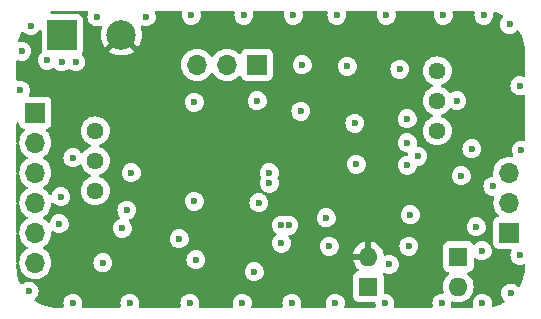
<source format=gbr>
%TF.GenerationSoftware,KiCad,Pcbnew,7.0.11+dfsg-1build4*%
%TF.CreationDate,2024-08-04T00:39:12+02:00*%
%TF.ProjectId,SmallESC,536d616c-6c45-4534-932e-6b696361645f,rev?*%
%TF.SameCoordinates,Original*%
%TF.FileFunction,Copper,L3,Inr*%
%TF.FilePolarity,Positive*%
%FSLAX46Y46*%
G04 Gerber Fmt 4.6, Leading zero omitted, Abs format (unit mm)*
G04 Created by KiCad (PCBNEW 7.0.11+dfsg-1build4) date 2024-08-04 00:39:12*
%MOMM*%
%LPD*%
G01*
G04 APERTURE LIST*
%TA.AperFunction,ComponentPad*%
%ADD10R,2.500000X2.500000*%
%TD*%
%TA.AperFunction,ComponentPad*%
%ADD11C,2.500000*%
%TD*%
%TA.AperFunction,ComponentPad*%
%ADD12R,1.600000X1.600000*%
%TD*%
%TA.AperFunction,ComponentPad*%
%ADD13O,1.600000X1.600000*%
%TD*%
%TA.AperFunction,ComponentPad*%
%ADD14C,1.440000*%
%TD*%
%TA.AperFunction,ComponentPad*%
%ADD15R,1.700000X1.700000*%
%TD*%
%TA.AperFunction,ComponentPad*%
%ADD16O,1.700000X1.700000*%
%TD*%
%TA.AperFunction,ViaPad*%
%ADD17C,0.600000*%
%TD*%
G04 APERTURE END LIST*
D10*
%TO.N,GND*%
%TO.C,J1*%
X53086000Y-51816000D03*
D11*
%TO.N,VDC*%
X58086000Y-51816000D03*
%TD*%
D12*
%TO.N,Net-(D2-K)*%
%TO.C,D2*%
X86614000Y-70612000D03*
D13*
%TO.N,VDC*%
X78994000Y-70612000D03*
%TD*%
D14*
%TO.N,GND*%
%TO.C,RV2*%
X84836000Y-54864000D03*
%TO.N,Net-(U1-RCOFF)*%
X84836000Y-57404000D03*
X84836000Y-59944000D03*
%TD*%
D15*
%TO.N,/H3*%
%TO.C,J4*%
X90932000Y-68580000D03*
D16*
%TO.N,/H2*%
X90932000Y-66040000D03*
%TO.N,/H1*%
X90932000Y-63500000D03*
%TD*%
D14*
%TO.N,GND*%
%TO.C,RV1*%
X55880000Y-59944000D03*
%TO.N,Net-(U1-RCPULSE)*%
X55880000Y-62484000D03*
X55880000Y-65024000D03*
%TD*%
D15*
%TO.N,/Motor1*%
%TO.C,J2*%
X69581000Y-54356000D03*
D16*
%TO.N,/Motor2*%
X67041000Y-54356000D03*
%TO.N,/Motor3*%
X64501000Y-54356000D03*
%TD*%
D15*
%TO.N,/DIAG*%
%TO.C,J3*%
X50800000Y-58420000D03*
D16*
%TO.N,/DIR*%
X50800000Y-60960000D03*
%TO.N,/ENABLE*%
X50800000Y-63500000D03*
%TO.N,/SPEED*%
X50800000Y-66040000D03*
%TO.N,/BRAKE*%
X50800000Y-68580000D03*
%TO.N,/VBOOT*%
X50800000Y-71120000D03*
%TD*%
D12*
%TO.N,/VBOOT*%
%TO.C,D3*%
X78994000Y-73152000D03*
D13*
%TO.N,Net-(D2-K)*%
X86614000Y-73152000D03*
%TD*%
D17*
%TO.N,GND*%
X52832000Y-67818000D03*
X82423000Y-69723000D03*
X86868000Y-63754000D03*
X87757000Y-61468000D03*
X83185000Y-62103000D03*
X86487000Y-57404000D03*
X91821000Y-56134000D03*
X81661000Y-54737000D03*
X77216000Y-54483000D03*
X73406000Y-54356000D03*
X77851000Y-59309000D03*
X73279000Y-58293000D03*
X68453000Y-50165000D03*
X85344000Y-50165000D03*
X64008000Y-50165000D03*
X76327000Y-50165000D03*
X80518000Y-50165000D03*
X90959027Y-50939452D03*
X72644000Y-50165000D03*
X88773000Y-50165000D03*
X60198000Y-50292000D03*
X56007000Y-50292000D03*
X54229000Y-54102000D03*
X53086000Y-54102000D03*
X51816000Y-53975000D03*
X49657000Y-53213000D03*
X50423422Y-51035001D03*
X49530000Y-56515000D03*
X53975000Y-62230000D03*
X52959000Y-65532000D03*
X58166000Y-68199000D03*
X62992000Y-69088000D03*
X80772000Y-71247000D03*
X88646000Y-70104000D03*
X69723000Y-66040000D03*
X64262000Y-65913000D03*
X69596000Y-57404000D03*
X64262000Y-57531000D03*
X64389000Y-70866000D03*
X69342000Y-71882000D03*
X71628000Y-69469000D03*
X75692000Y-69723000D03*
X75438000Y-67310000D03*
X88138000Y-68072000D03*
X89535000Y-64643000D03*
X91948000Y-61595000D03*
X91821000Y-70485000D03*
X91047446Y-73686131D03*
X88646000Y-74549000D03*
X85217000Y-74549000D03*
X80391000Y-74549000D03*
X76200000Y-74549000D03*
X72517000Y-74549000D03*
X68326000Y-74549000D03*
X63881000Y-74549000D03*
X58801000Y-74549000D03*
X53975000Y-74549000D03*
X50270646Y-73512732D03*
X56515000Y-71120000D03*
X82296000Y-58928000D03*
X82296000Y-62865000D03*
X82296000Y-60960000D03*
%TO.N,/DIAG*%
X70612000Y-64389000D03*
%TO.N,/VBOOT*%
X58547000Y-66675000D03*
%TO.N,/H2*%
X82558000Y-67048000D03*
%TO.N,Net-(U1-RCOFF)*%
X77978000Y-62780000D03*
%TO.N,/Motor2*%
X72263000Y-67945000D03*
X71628000Y-67945000D03*
%TO.N,/SENSEA*%
X70612000Y-63500000D03*
X58928000Y-63500000D03*
%TD*%
%TA.AperFunction,Conductor*%
%TO.N,VDC*%
G36*
X55231566Y-49796185D02*
G01*
X55277321Y-49848989D01*
X55287265Y-49918147D01*
X55281569Y-49941455D01*
X55221631Y-50112745D01*
X55221630Y-50112750D01*
X55201435Y-50291996D01*
X55201435Y-50292003D01*
X55221630Y-50471249D01*
X55221631Y-50471254D01*
X55281211Y-50641523D01*
X55355783Y-50760202D01*
X55377184Y-50794262D01*
X55504738Y-50921816D01*
X55657478Y-51017789D01*
X55723903Y-51041032D01*
X55827745Y-51077368D01*
X55827750Y-51077369D01*
X56006996Y-51097565D01*
X56007000Y-51097565D01*
X56007004Y-51097565D01*
X56186249Y-51077369D01*
X56186251Y-51077368D01*
X56186255Y-51077368D01*
X56186258Y-51077366D01*
X56186262Y-51077366D01*
X56290099Y-51041032D01*
X56359878Y-51037470D01*
X56420505Y-51072198D01*
X56452733Y-51134192D01*
X56446483Y-51203374D01*
X56409058Y-51298733D01*
X56350693Y-51554449D01*
X56350692Y-51554454D01*
X56331093Y-51815995D01*
X56331093Y-51816004D01*
X56350692Y-52077545D01*
X56350693Y-52077550D01*
X56409058Y-52333270D01*
X56504883Y-52577426D01*
X56504882Y-52577426D01*
X56636027Y-52804573D01*
X56683874Y-52864571D01*
X57483452Y-52064992D01*
X57493188Y-52094956D01*
X57581186Y-52233619D01*
X57700903Y-52346040D01*
X57835510Y-52420041D01*
X57036830Y-53218720D01*
X57208546Y-53335793D01*
X57208550Y-53335795D01*
X57444854Y-53449594D01*
X57444858Y-53449595D01*
X57695494Y-53526907D01*
X57695500Y-53526909D01*
X57954848Y-53565999D01*
X57954857Y-53566000D01*
X58217143Y-53566000D01*
X58217151Y-53565999D01*
X58476499Y-53526909D01*
X58476505Y-53526907D01*
X58727143Y-53449595D01*
X58963445Y-53335798D01*
X58963447Y-53335797D01*
X59135168Y-53218720D01*
X58333534Y-52417086D01*
X58401629Y-52390126D01*
X58534492Y-52293595D01*
X58639175Y-52167055D01*
X58687631Y-52064078D01*
X59488125Y-52864572D01*
X59535971Y-52804573D01*
X59667116Y-52577426D01*
X59762941Y-52333270D01*
X59821306Y-52077550D01*
X59821307Y-52077545D01*
X59840907Y-51816004D01*
X59840907Y-51815995D01*
X59821307Y-51554454D01*
X59821306Y-51554449D01*
X59762941Y-51298732D01*
X59720263Y-51189990D01*
X59714094Y-51120393D01*
X59746532Y-51058509D01*
X59807277Y-51023986D01*
X59876646Y-51027646D01*
X60018737Y-51077366D01*
X60018743Y-51077367D01*
X60018745Y-51077368D01*
X60018746Y-51077368D01*
X60018750Y-51077369D01*
X60197996Y-51097565D01*
X60198000Y-51097565D01*
X60198004Y-51097565D01*
X60377249Y-51077369D01*
X60377252Y-51077368D01*
X60377255Y-51077368D01*
X60547522Y-51017789D01*
X60700262Y-50921816D01*
X60827816Y-50794262D01*
X60923789Y-50641522D01*
X60983368Y-50471255D01*
X60983369Y-50471249D01*
X61003565Y-50292003D01*
X61003565Y-50291996D01*
X60983369Y-50112750D01*
X60983368Y-50112745D01*
X60958923Y-50042884D01*
X60923789Y-49942478D01*
X60923788Y-49942477D01*
X60923431Y-49941455D01*
X60919870Y-49871676D01*
X60954599Y-49811048D01*
X61016592Y-49778821D01*
X61040473Y-49776500D01*
X63121088Y-49776500D01*
X63188127Y-49796185D01*
X63233882Y-49848989D01*
X63243826Y-49918147D01*
X63238129Y-49941455D01*
X63222633Y-49985737D01*
X63222630Y-49985750D01*
X63202435Y-50164996D01*
X63202435Y-50165003D01*
X63222630Y-50344249D01*
X63222631Y-50344254D01*
X63282211Y-50514523D01*
X63362010Y-50641522D01*
X63378184Y-50667262D01*
X63505738Y-50794816D01*
X63658478Y-50890789D01*
X63828745Y-50950368D01*
X63828750Y-50950369D01*
X64007996Y-50970565D01*
X64008000Y-50970565D01*
X64008004Y-50970565D01*
X64187249Y-50950369D01*
X64187252Y-50950368D01*
X64187255Y-50950368D01*
X64357522Y-50890789D01*
X64510262Y-50794816D01*
X64637816Y-50667262D01*
X64733789Y-50514522D01*
X64793368Y-50344255D01*
X64794464Y-50334530D01*
X64813565Y-50165003D01*
X64813565Y-50164996D01*
X64793369Y-49985750D01*
X64793366Y-49985737D01*
X64777871Y-49941455D01*
X64774309Y-49871676D01*
X64809037Y-49811049D01*
X64871030Y-49778821D01*
X64894912Y-49776500D01*
X67566088Y-49776500D01*
X67633127Y-49796185D01*
X67678882Y-49848989D01*
X67688826Y-49918147D01*
X67683129Y-49941455D01*
X67667633Y-49985737D01*
X67667630Y-49985750D01*
X67647435Y-50164996D01*
X67647435Y-50165003D01*
X67667630Y-50344249D01*
X67667631Y-50344254D01*
X67727211Y-50514523D01*
X67807010Y-50641522D01*
X67823184Y-50667262D01*
X67950738Y-50794816D01*
X68103478Y-50890789D01*
X68273745Y-50950368D01*
X68273750Y-50950369D01*
X68452996Y-50970565D01*
X68453000Y-50970565D01*
X68453004Y-50970565D01*
X68632249Y-50950369D01*
X68632252Y-50950368D01*
X68632255Y-50950368D01*
X68802522Y-50890789D01*
X68955262Y-50794816D01*
X69082816Y-50667262D01*
X69178789Y-50514522D01*
X69238368Y-50344255D01*
X69239464Y-50334530D01*
X69258565Y-50165003D01*
X69258565Y-50164996D01*
X69238369Y-49985750D01*
X69238366Y-49985737D01*
X69222871Y-49941455D01*
X69219309Y-49871676D01*
X69254037Y-49811049D01*
X69316030Y-49778821D01*
X69339912Y-49776500D01*
X71757088Y-49776500D01*
X71824127Y-49796185D01*
X71869882Y-49848989D01*
X71879826Y-49918147D01*
X71874129Y-49941455D01*
X71858633Y-49985737D01*
X71858630Y-49985750D01*
X71838435Y-50164996D01*
X71838435Y-50165003D01*
X71858630Y-50344249D01*
X71858631Y-50344254D01*
X71918211Y-50514523D01*
X71998010Y-50641522D01*
X72014184Y-50667262D01*
X72141738Y-50794816D01*
X72294478Y-50890789D01*
X72464745Y-50950368D01*
X72464750Y-50950369D01*
X72643996Y-50970565D01*
X72644000Y-50970565D01*
X72644004Y-50970565D01*
X72823249Y-50950369D01*
X72823252Y-50950368D01*
X72823255Y-50950368D01*
X72993522Y-50890789D01*
X73146262Y-50794816D01*
X73273816Y-50667262D01*
X73369789Y-50514522D01*
X73429368Y-50344255D01*
X73430464Y-50334530D01*
X73449565Y-50165003D01*
X73449565Y-50164996D01*
X73429369Y-49985750D01*
X73429366Y-49985737D01*
X73413871Y-49941455D01*
X73410309Y-49871676D01*
X73445037Y-49811049D01*
X73507030Y-49778821D01*
X73530912Y-49776500D01*
X75440088Y-49776500D01*
X75507127Y-49796185D01*
X75552882Y-49848989D01*
X75562826Y-49918147D01*
X75557129Y-49941455D01*
X75541633Y-49985737D01*
X75541630Y-49985750D01*
X75521435Y-50164996D01*
X75521435Y-50165003D01*
X75541630Y-50344249D01*
X75541631Y-50344254D01*
X75601211Y-50514523D01*
X75681010Y-50641522D01*
X75697184Y-50667262D01*
X75824738Y-50794816D01*
X75977478Y-50890789D01*
X76147745Y-50950368D01*
X76147750Y-50950369D01*
X76326996Y-50970565D01*
X76327000Y-50970565D01*
X76327004Y-50970565D01*
X76506249Y-50950369D01*
X76506252Y-50950368D01*
X76506255Y-50950368D01*
X76676522Y-50890789D01*
X76829262Y-50794816D01*
X76956816Y-50667262D01*
X77052789Y-50514522D01*
X77112368Y-50344255D01*
X77113464Y-50334530D01*
X77132565Y-50165003D01*
X77132565Y-50164996D01*
X77112369Y-49985750D01*
X77112366Y-49985737D01*
X77096871Y-49941455D01*
X77093309Y-49871676D01*
X77128037Y-49811049D01*
X77190030Y-49778821D01*
X77213912Y-49776500D01*
X79631088Y-49776500D01*
X79698127Y-49796185D01*
X79743882Y-49848989D01*
X79753826Y-49918147D01*
X79748129Y-49941455D01*
X79732633Y-49985737D01*
X79732630Y-49985750D01*
X79712435Y-50164996D01*
X79712435Y-50165003D01*
X79732630Y-50344249D01*
X79732631Y-50344254D01*
X79792211Y-50514523D01*
X79872010Y-50641522D01*
X79888184Y-50667262D01*
X80015738Y-50794816D01*
X80168478Y-50890789D01*
X80338745Y-50950368D01*
X80338750Y-50950369D01*
X80517996Y-50970565D01*
X80518000Y-50970565D01*
X80518004Y-50970565D01*
X80697249Y-50950369D01*
X80697252Y-50950368D01*
X80697255Y-50950368D01*
X80867522Y-50890789D01*
X81020262Y-50794816D01*
X81147816Y-50667262D01*
X81243789Y-50514522D01*
X81303368Y-50344255D01*
X81304464Y-50334530D01*
X81323565Y-50165003D01*
X81323565Y-50164996D01*
X81303369Y-49985750D01*
X81303366Y-49985737D01*
X81287871Y-49941455D01*
X81284309Y-49871676D01*
X81319037Y-49811049D01*
X81381030Y-49778821D01*
X81404912Y-49776500D01*
X84457088Y-49776500D01*
X84524127Y-49796185D01*
X84569882Y-49848989D01*
X84579826Y-49918147D01*
X84574129Y-49941455D01*
X84558633Y-49985737D01*
X84558630Y-49985750D01*
X84538435Y-50164996D01*
X84538435Y-50165003D01*
X84558630Y-50344249D01*
X84558631Y-50344254D01*
X84618211Y-50514523D01*
X84698010Y-50641522D01*
X84714184Y-50667262D01*
X84841738Y-50794816D01*
X84994478Y-50890789D01*
X85164745Y-50950368D01*
X85164750Y-50950369D01*
X85343996Y-50970565D01*
X85344000Y-50970565D01*
X85344004Y-50970565D01*
X85523249Y-50950369D01*
X85523252Y-50950368D01*
X85523255Y-50950368D01*
X85693522Y-50890789D01*
X85846262Y-50794816D01*
X85973816Y-50667262D01*
X86069789Y-50514522D01*
X86129368Y-50344255D01*
X86130464Y-50334530D01*
X86149565Y-50165003D01*
X86149565Y-50164996D01*
X86129369Y-49985750D01*
X86129366Y-49985737D01*
X86113871Y-49941455D01*
X86110309Y-49871676D01*
X86145037Y-49811049D01*
X86207030Y-49778821D01*
X86230912Y-49776500D01*
X87886088Y-49776500D01*
X87953127Y-49796185D01*
X87998882Y-49848989D01*
X88008826Y-49918147D01*
X88003129Y-49941455D01*
X87987633Y-49985737D01*
X87987630Y-49985750D01*
X87967435Y-50164996D01*
X87967435Y-50165003D01*
X87987630Y-50344249D01*
X87987631Y-50344254D01*
X88047211Y-50514523D01*
X88127010Y-50641522D01*
X88143184Y-50667262D01*
X88270738Y-50794816D01*
X88423478Y-50890789D01*
X88593745Y-50950368D01*
X88593750Y-50950369D01*
X88772996Y-50970565D01*
X88773000Y-50970565D01*
X88773004Y-50970565D01*
X88952249Y-50950369D01*
X88952252Y-50950368D01*
X88952255Y-50950368D01*
X89122522Y-50890789D01*
X89275262Y-50794816D01*
X89402816Y-50667262D01*
X89498789Y-50514522D01*
X89558368Y-50344255D01*
X89559464Y-50334530D01*
X89578565Y-50165003D01*
X89578565Y-50164997D01*
X89564880Y-50043540D01*
X89576934Y-49974718D01*
X89624283Y-49923338D01*
X89691894Y-49905714D01*
X89718228Y-49909372D01*
X89756675Y-49919002D01*
X89783450Y-49925709D01*
X89795076Y-49929235D01*
X90106974Y-50040835D01*
X90118188Y-50045479D01*
X90357203Y-50158525D01*
X90368223Y-50163737D01*
X90420410Y-50210195D01*
X90439195Y-50277492D01*
X90418614Y-50344262D01*
X90402888Y-50363513D01*
X90329210Y-50437191D01*
X90233238Y-50589928D01*
X90173658Y-50760197D01*
X90173657Y-50760202D01*
X90153462Y-50939448D01*
X90153462Y-50939455D01*
X90173657Y-51118701D01*
X90173658Y-51118706D01*
X90233238Y-51288975D01*
X90293275Y-51384523D01*
X90329211Y-51441714D01*
X90456765Y-51569268D01*
X90456767Y-51569269D01*
X90608828Y-51664816D01*
X90609505Y-51665241D01*
X90779772Y-51724820D01*
X90779777Y-51724821D01*
X90959023Y-51745017D01*
X90959027Y-51745017D01*
X90959031Y-51745017D01*
X91138276Y-51724821D01*
X91138279Y-51724820D01*
X91138282Y-51724820D01*
X91308549Y-51665241D01*
X91461289Y-51569268D01*
X91576704Y-51453852D01*
X91638023Y-51420370D01*
X91707715Y-51425354D01*
X91763649Y-51467225D01*
X91770738Y-51477784D01*
X91856650Y-51621121D01*
X91862383Y-51631844D01*
X91930025Y-51774862D01*
X92004014Y-51931297D01*
X92008670Y-51942540D01*
X92120259Y-52254411D01*
X92123792Y-52266055D01*
X92204277Y-52587369D01*
X92206651Y-52599305D01*
X92255254Y-52926962D01*
X92256447Y-52939071D01*
X92272851Y-53272966D01*
X92273000Y-53279051D01*
X92273000Y-55269307D01*
X92253315Y-55336346D01*
X92200511Y-55382101D01*
X92131353Y-55392045D01*
X92108046Y-55386349D01*
X92000257Y-55348632D01*
X92000249Y-55348630D01*
X91821004Y-55328435D01*
X91820996Y-55328435D01*
X91641750Y-55348630D01*
X91641745Y-55348631D01*
X91471476Y-55408211D01*
X91318737Y-55504184D01*
X91191184Y-55631737D01*
X91095211Y-55784476D01*
X91035631Y-55954745D01*
X91035630Y-55954750D01*
X91015435Y-56133996D01*
X91015435Y-56134003D01*
X91035630Y-56313249D01*
X91035631Y-56313254D01*
X91095211Y-56483523D01*
X91167416Y-56598435D01*
X91191184Y-56636262D01*
X91318738Y-56763816D01*
X91471478Y-56859789D01*
X91623023Y-56912817D01*
X91641745Y-56919368D01*
X91641750Y-56919369D01*
X91820996Y-56939565D01*
X91821000Y-56939565D01*
X91821004Y-56939565D01*
X92000249Y-56919369D01*
X92000251Y-56919368D01*
X92000255Y-56919368D01*
X92000258Y-56919366D01*
X92000262Y-56919366D01*
X92108045Y-56881651D01*
X92177824Y-56878089D01*
X92238451Y-56912817D01*
X92270679Y-56974810D01*
X92273000Y-56998692D01*
X92273000Y-60687405D01*
X92253315Y-60754444D01*
X92200511Y-60800199D01*
X92134252Y-60809726D01*
X92134175Y-60810411D01*
X92131547Y-60810114D01*
X92131353Y-60810143D01*
X92130664Y-60810015D01*
X91948004Y-60789435D01*
X91947996Y-60789435D01*
X91768750Y-60809630D01*
X91768745Y-60809631D01*
X91598476Y-60869211D01*
X91445737Y-60965184D01*
X91318184Y-61092737D01*
X91222211Y-61245476D01*
X91162631Y-61415745D01*
X91162630Y-61415750D01*
X91142435Y-61594996D01*
X91142435Y-61595003D01*
X91162630Y-61774249D01*
X91162631Y-61774254D01*
X91222212Y-61944525D01*
X91239217Y-61971589D01*
X91258217Y-62038826D01*
X91237849Y-62105661D01*
X91184580Y-62150874D01*
X91123415Y-62161088D01*
X90932001Y-62144341D01*
X90931999Y-62144341D01*
X90696596Y-62164936D01*
X90696586Y-62164938D01*
X90468344Y-62226094D01*
X90468335Y-62226098D01*
X90254171Y-62325964D01*
X90254169Y-62325965D01*
X90060597Y-62461505D01*
X89893505Y-62628597D01*
X89757965Y-62822169D01*
X89757964Y-62822171D01*
X89658098Y-63036335D01*
X89658094Y-63036344D01*
X89596938Y-63264586D01*
X89596936Y-63264596D01*
X89576341Y-63499999D01*
X89576341Y-63500000D01*
X89594630Y-63709041D01*
X89580863Y-63777541D01*
X89532248Y-63827725D01*
X89484986Y-63843069D01*
X89355749Y-63857630D01*
X89355745Y-63857631D01*
X89185476Y-63917211D01*
X89032737Y-64013184D01*
X88905184Y-64140737D01*
X88809211Y-64293476D01*
X88749631Y-64463745D01*
X88749630Y-64463750D01*
X88729435Y-64642996D01*
X88729435Y-64643003D01*
X88749630Y-64822249D01*
X88749631Y-64822254D01*
X88809211Y-64992523D01*
X88894105Y-65127630D01*
X88905184Y-65145262D01*
X89032738Y-65272816D01*
X89041730Y-65278466D01*
X89174945Y-65362171D01*
X89185478Y-65368789D01*
X89340398Y-65422998D01*
X89355745Y-65428368D01*
X89355750Y-65428369D01*
X89541919Y-65449345D01*
X89541645Y-65451769D01*
X89597772Y-65468250D01*
X89643527Y-65521054D01*
X89653471Y-65590212D01*
X89650508Y-65604658D01*
X89596938Y-65804586D01*
X89596936Y-65804596D01*
X89576341Y-66039999D01*
X89576341Y-66040000D01*
X89596936Y-66275403D01*
X89596938Y-66275413D01*
X89658094Y-66503655D01*
X89658096Y-66503659D01*
X89658097Y-66503663D01*
X89735575Y-66669815D01*
X89757965Y-66717830D01*
X89757967Y-66717834D01*
X89847406Y-66845565D01*
X89893501Y-66911396D01*
X89893506Y-66911402D01*
X90015430Y-67033326D01*
X90048915Y-67094649D01*
X90043931Y-67164341D01*
X90002059Y-67220274D01*
X89971083Y-67237189D01*
X89839669Y-67286203D01*
X89839664Y-67286206D01*
X89724455Y-67372452D01*
X89724452Y-67372455D01*
X89638206Y-67487664D01*
X89638202Y-67487671D01*
X89587908Y-67622517D01*
X89581501Y-67682116D01*
X89581500Y-67682135D01*
X89581500Y-69477870D01*
X89581501Y-69477876D01*
X89587908Y-69537483D01*
X89638202Y-69672328D01*
X89638206Y-69672335D01*
X89724452Y-69787544D01*
X89724455Y-69787547D01*
X89839664Y-69873793D01*
X89839671Y-69873797D01*
X89974517Y-69924091D01*
X89974516Y-69924091D01*
X89980600Y-69924745D01*
X90034127Y-69930500D01*
X90999646Y-69930499D01*
X91066685Y-69950183D01*
X91112440Y-70002987D01*
X91122384Y-70072146D01*
X91104640Y-70120470D01*
X91095212Y-70135474D01*
X91035631Y-70305745D01*
X91035630Y-70305750D01*
X91015435Y-70484996D01*
X91015435Y-70485003D01*
X91035630Y-70664249D01*
X91035631Y-70664254D01*
X91095211Y-70834523D01*
X91191184Y-70987262D01*
X91318738Y-71114816D01*
X91471478Y-71210789D01*
X91574952Y-71246996D01*
X91641745Y-71270368D01*
X91641750Y-71270369D01*
X91820996Y-71290565D01*
X91821000Y-71290565D01*
X91821004Y-71290565D01*
X92000249Y-71270369D01*
X92000251Y-71270368D01*
X92000255Y-71270368D01*
X92000258Y-71270366D01*
X92000262Y-71270366D01*
X92108045Y-71232651D01*
X92177824Y-71229089D01*
X92238451Y-71263817D01*
X92270679Y-71325810D01*
X92273000Y-71349692D01*
X92273000Y-71434948D01*
X92272851Y-71441033D01*
X92256447Y-71774928D01*
X92255254Y-71787037D01*
X92206651Y-72114694D01*
X92204277Y-72126630D01*
X92123792Y-72447944D01*
X92120259Y-72459588D01*
X92008670Y-72771459D01*
X92004014Y-72782702D01*
X91862385Y-73082150D01*
X91856648Y-73092882D01*
X91837010Y-73125646D01*
X91785661Y-73173028D01*
X91716847Y-73185126D01*
X91652416Y-73158100D01*
X91642971Y-73149578D01*
X91549708Y-73056315D01*
X91396969Y-72960342D01*
X91226700Y-72900762D01*
X91226695Y-72900761D01*
X91047450Y-72880566D01*
X91047442Y-72880566D01*
X90868196Y-72900761D01*
X90868191Y-72900762D01*
X90697922Y-72960342D01*
X90545183Y-73056315D01*
X90417630Y-73183868D01*
X90321657Y-73336607D01*
X90262077Y-73506876D01*
X90262076Y-73506881D01*
X90241881Y-73686127D01*
X90241881Y-73686134D01*
X90262076Y-73865380D01*
X90262077Y-73865385D01*
X90321657Y-74035654D01*
X90417630Y-74188393D01*
X90517359Y-74288122D01*
X90550844Y-74349445D01*
X90545860Y-74419137D01*
X90503988Y-74475070D01*
X90493427Y-74482161D01*
X90428382Y-74521148D01*
X90417650Y-74526885D01*
X90118202Y-74668514D01*
X90106959Y-74673170D01*
X89795088Y-74784759D01*
X89783444Y-74788292D01*
X89587542Y-74837363D01*
X89517728Y-74834558D01*
X89460514Y-74794454D01*
X89434065Y-74729784D01*
X89434192Y-74703196D01*
X89451565Y-74549003D01*
X89451565Y-74548996D01*
X89431369Y-74369750D01*
X89431368Y-74369745D01*
X89371788Y-74199476D01*
X89275815Y-74046737D01*
X89148262Y-73919184D01*
X88995523Y-73823211D01*
X88825254Y-73763631D01*
X88825249Y-73763630D01*
X88646004Y-73743435D01*
X88645996Y-73743435D01*
X88466750Y-73763630D01*
X88466745Y-73763631D01*
X88296476Y-73823211D01*
X88143737Y-73919184D01*
X88016184Y-74046737D01*
X87920211Y-74199476D01*
X87860631Y-74369745D01*
X87860630Y-74369750D01*
X87840435Y-74548996D01*
X87840435Y-74549003D01*
X87860630Y-74728249D01*
X87860633Y-74728262D01*
X87876129Y-74772545D01*
X87879691Y-74842324D01*
X87844963Y-74902951D01*
X87782970Y-74935179D01*
X87759088Y-74937500D01*
X86103912Y-74937500D01*
X86036873Y-74917815D01*
X85991118Y-74865011D01*
X85981174Y-74795853D01*
X85986871Y-74772545D01*
X86002366Y-74728262D01*
X86002369Y-74728249D01*
X86022565Y-74549003D01*
X86022565Y-74549000D01*
X86019780Y-74524283D01*
X86018635Y-74514124D01*
X86030688Y-74445305D01*
X86078036Y-74393925D01*
X86145646Y-74376299D01*
X86173948Y-74380466D01*
X86273675Y-74407187D01*
X86387308Y-74437635D01*
X86549230Y-74451801D01*
X86613998Y-74457468D01*
X86614000Y-74457468D01*
X86614002Y-74457468D01*
X86670807Y-74452498D01*
X86840692Y-74437635D01*
X87060496Y-74378739D01*
X87266734Y-74282568D01*
X87453139Y-74152047D01*
X87614047Y-73991139D01*
X87744568Y-73804734D01*
X87840739Y-73598496D01*
X87899635Y-73378692D01*
X87919468Y-73152000D01*
X87899635Y-72925308D01*
X87840739Y-72705504D01*
X87744568Y-72499266D01*
X87614047Y-72312861D01*
X87614045Y-72312858D01*
X87453143Y-72151956D01*
X87428536Y-72134726D01*
X87384912Y-72080149D01*
X87377719Y-72010650D01*
X87409241Y-71948296D01*
X87469471Y-71912882D01*
X87486404Y-71909861D01*
X87521483Y-71906091D01*
X87656331Y-71855796D01*
X87771546Y-71769546D01*
X87857796Y-71654331D01*
X87908091Y-71519483D01*
X87914500Y-71459873D01*
X87914499Y-70803937D01*
X87934183Y-70736900D01*
X87986987Y-70691145D01*
X88056146Y-70681201D01*
X88119702Y-70710226D01*
X88126180Y-70716258D01*
X88143738Y-70733816D01*
X88202082Y-70770476D01*
X88257088Y-70805039D01*
X88296478Y-70829789D01*
X88356507Y-70850794D01*
X88466745Y-70889368D01*
X88466750Y-70889369D01*
X88645996Y-70909565D01*
X88646000Y-70909565D01*
X88646004Y-70909565D01*
X88825249Y-70889369D01*
X88825252Y-70889368D01*
X88825255Y-70889368D01*
X88995522Y-70829789D01*
X89148262Y-70733816D01*
X89275816Y-70606262D01*
X89371789Y-70453522D01*
X89431368Y-70283255D01*
X89437725Y-70226835D01*
X89451565Y-70104003D01*
X89451565Y-70103996D01*
X89431369Y-69924750D01*
X89431368Y-69924745D01*
X89420458Y-69893565D01*
X89371789Y-69754478D01*
X89275816Y-69601738D01*
X89148262Y-69474184D01*
X89148260Y-69474183D01*
X88995523Y-69378211D01*
X88825254Y-69318631D01*
X88825249Y-69318630D01*
X88646004Y-69298435D01*
X88645996Y-69298435D01*
X88466750Y-69318630D01*
X88466745Y-69318631D01*
X88296476Y-69378211D01*
X88143739Y-69474183D01*
X88040522Y-69577400D01*
X87979199Y-69610884D01*
X87909507Y-69605900D01*
X87853575Y-69564029D01*
X87771547Y-69454455D01*
X87771544Y-69454452D01*
X87656335Y-69368206D01*
X87656328Y-69368202D01*
X87521482Y-69317908D01*
X87521483Y-69317908D01*
X87461883Y-69311501D01*
X87461881Y-69311500D01*
X87461873Y-69311500D01*
X87461864Y-69311500D01*
X85766129Y-69311500D01*
X85766123Y-69311501D01*
X85706516Y-69317908D01*
X85571671Y-69368202D01*
X85571664Y-69368206D01*
X85456455Y-69454452D01*
X85456452Y-69454455D01*
X85370206Y-69569664D01*
X85370202Y-69569671D01*
X85319908Y-69704517D01*
X85313501Y-69764116D01*
X85313500Y-69764135D01*
X85313500Y-71459870D01*
X85313501Y-71459876D01*
X85319908Y-71519483D01*
X85370202Y-71654328D01*
X85370206Y-71654335D01*
X85456452Y-71769544D01*
X85456455Y-71769547D01*
X85571664Y-71855793D01*
X85571671Y-71855797D01*
X85616618Y-71872561D01*
X85706517Y-71906091D01*
X85741596Y-71909862D01*
X85806144Y-71936599D01*
X85845993Y-71993991D01*
X85848488Y-72063816D01*
X85812836Y-72123905D01*
X85799464Y-72134725D01*
X85774858Y-72151954D01*
X85613954Y-72312858D01*
X85483432Y-72499265D01*
X85483431Y-72499267D01*
X85387261Y-72705502D01*
X85387258Y-72705511D01*
X85328366Y-72925302D01*
X85328364Y-72925313D01*
X85308532Y-73151998D01*
X85308532Y-73152001D01*
X85328364Y-73378686D01*
X85328366Y-73378697D01*
X85385533Y-73592051D01*
X85383870Y-73661901D01*
X85344707Y-73719763D01*
X85280478Y-73747267D01*
X85251875Y-73747364D01*
X85217004Y-73743435D01*
X85216996Y-73743435D01*
X85037750Y-73763630D01*
X85037745Y-73763631D01*
X84867476Y-73823211D01*
X84714737Y-73919184D01*
X84587184Y-74046737D01*
X84491211Y-74199476D01*
X84431631Y-74369745D01*
X84431630Y-74369750D01*
X84411435Y-74548996D01*
X84411435Y-74549003D01*
X84431630Y-74728249D01*
X84431633Y-74728262D01*
X84447129Y-74772545D01*
X84450691Y-74842324D01*
X84415963Y-74902951D01*
X84353970Y-74935179D01*
X84330088Y-74937500D01*
X81277912Y-74937500D01*
X81210873Y-74917815D01*
X81165118Y-74865011D01*
X81155174Y-74795853D01*
X81160871Y-74772545D01*
X81176366Y-74728262D01*
X81176369Y-74728249D01*
X81196565Y-74549003D01*
X81196565Y-74548996D01*
X81176369Y-74369750D01*
X81176368Y-74369745D01*
X81116788Y-74199476D01*
X81020815Y-74046737D01*
X80893262Y-73919184D01*
X80740523Y-73823211D01*
X80570254Y-73763631D01*
X80570250Y-73763630D01*
X80404615Y-73744968D01*
X80340201Y-73717901D01*
X80300646Y-73660306D01*
X80294499Y-73621748D01*
X80294499Y-72304129D01*
X80294498Y-72304123D01*
X80294497Y-72304116D01*
X80288091Y-72244517D01*
X80283245Y-72231523D01*
X80242599Y-72122545D01*
X80237615Y-72052853D01*
X80271100Y-71991530D01*
X80332424Y-71958046D01*
X80402115Y-71963031D01*
X80416117Y-71969951D01*
X80416205Y-71969769D01*
X80422470Y-71972786D01*
X80422477Y-71972788D01*
X80422478Y-71972789D01*
X80484393Y-71994454D01*
X80592745Y-72032368D01*
X80592750Y-72032369D01*
X80771996Y-72052565D01*
X80772000Y-72052565D01*
X80772004Y-72052565D01*
X80951249Y-72032369D01*
X80951252Y-72032368D01*
X80951255Y-72032368D01*
X81121522Y-71972789D01*
X81274262Y-71876816D01*
X81401816Y-71749262D01*
X81497789Y-71596522D01*
X81557368Y-71426255D01*
X81562609Y-71379738D01*
X81577565Y-71247003D01*
X81577565Y-71246996D01*
X81557369Y-71067750D01*
X81557368Y-71067745D01*
X81529206Y-70987262D01*
X81497789Y-70897478D01*
X81489688Y-70884586D01*
X81455257Y-70829789D01*
X81401816Y-70744738D01*
X81274262Y-70617184D01*
X81256880Y-70606262D01*
X81121523Y-70521211D01*
X80951254Y-70461631D01*
X80951249Y-70461630D01*
X80772004Y-70441435D01*
X80771996Y-70441435D01*
X80592750Y-70461630D01*
X80592745Y-70461631D01*
X80445506Y-70513153D01*
X80375727Y-70516714D01*
X80315099Y-70481985D01*
X80282872Y-70419992D01*
X80281023Y-70406914D01*
X80279141Y-70385398D01*
X80279140Y-70385392D01*
X80220269Y-70165682D01*
X80220265Y-70165673D01*
X80124134Y-69959517D01*
X79993657Y-69773179D01*
X79943481Y-69723003D01*
X81617435Y-69723003D01*
X81637630Y-69902249D01*
X81637631Y-69902254D01*
X81697211Y-70072523D01*
X81784851Y-70212000D01*
X81793184Y-70225262D01*
X81920738Y-70352816D01*
X81972592Y-70385398D01*
X82062945Y-70442171D01*
X82073478Y-70448789D01*
X82168347Y-70481985D01*
X82243745Y-70508368D01*
X82243750Y-70508369D01*
X82422996Y-70528565D01*
X82423000Y-70528565D01*
X82423004Y-70528565D01*
X82602249Y-70508369D01*
X82602252Y-70508368D01*
X82602255Y-70508368D01*
X82772522Y-70448789D01*
X82925262Y-70352816D01*
X83052816Y-70225262D01*
X83148789Y-70072522D01*
X83208368Y-69902255D01*
X83208369Y-69902249D01*
X83228565Y-69723003D01*
X83228565Y-69722996D01*
X83208369Y-69543750D01*
X83208368Y-69543745D01*
X83185317Y-69477870D01*
X83148789Y-69373478D01*
X83145476Y-69368206D01*
X83096176Y-69289745D01*
X83052816Y-69220738D01*
X82925262Y-69093184D01*
X82772523Y-68997211D01*
X82602254Y-68937631D01*
X82602249Y-68937630D01*
X82423004Y-68917435D01*
X82422996Y-68917435D01*
X82243750Y-68937630D01*
X82243745Y-68937631D01*
X82073476Y-68997211D01*
X81920737Y-69093184D01*
X81793184Y-69220737D01*
X81697211Y-69373476D01*
X81637631Y-69543745D01*
X81637630Y-69543750D01*
X81617435Y-69722996D01*
X81617435Y-69723003D01*
X79943481Y-69723003D01*
X79832820Y-69612342D01*
X79646482Y-69481865D01*
X79440328Y-69385734D01*
X79244000Y-69333127D01*
X79244000Y-70296314D01*
X79232045Y-70284359D01*
X79119148Y-70226835D01*
X79025481Y-70212000D01*
X78962519Y-70212000D01*
X78868852Y-70226835D01*
X78755955Y-70284359D01*
X78744000Y-70296314D01*
X78744000Y-69333127D01*
X78547671Y-69385734D01*
X78341517Y-69481865D01*
X78155179Y-69612342D01*
X77994342Y-69773179D01*
X77863865Y-69959517D01*
X77767734Y-70165673D01*
X77767730Y-70165682D01*
X77715127Y-70361999D01*
X77715128Y-70362000D01*
X78678314Y-70362000D01*
X78666359Y-70373955D01*
X78608835Y-70486852D01*
X78589014Y-70612000D01*
X78608835Y-70737148D01*
X78666359Y-70850045D01*
X78678314Y-70862000D01*
X77715128Y-70862000D01*
X77767730Y-71058317D01*
X77767734Y-71058326D01*
X77863865Y-71264482D01*
X77994342Y-71450820D01*
X78155182Y-71611660D01*
X78180219Y-71629191D01*
X78223844Y-71683768D01*
X78231038Y-71753266D01*
X78199515Y-71815621D01*
X78139285Y-71851035D01*
X78122352Y-71854055D01*
X78086519Y-71857907D01*
X77951671Y-71908202D01*
X77951664Y-71908206D01*
X77836455Y-71994452D01*
X77836452Y-71994455D01*
X77750206Y-72109664D01*
X77750202Y-72109671D01*
X77699908Y-72244517D01*
X77694585Y-72294032D01*
X77693501Y-72304123D01*
X77693500Y-72304135D01*
X77693500Y-73999870D01*
X77693501Y-73999876D01*
X77699908Y-74059483D01*
X77750202Y-74194328D01*
X77750206Y-74194335D01*
X77836452Y-74309544D01*
X77836455Y-74309547D01*
X77951664Y-74395793D01*
X77951671Y-74395797D01*
X78086517Y-74446091D01*
X78086516Y-74446091D01*
X78093444Y-74446835D01*
X78146127Y-74452500D01*
X79463748Y-74452499D01*
X79530787Y-74472184D01*
X79576542Y-74524987D01*
X79586968Y-74562615D01*
X79605630Y-74728250D01*
X79605633Y-74728262D01*
X79621129Y-74772545D01*
X79624691Y-74842324D01*
X79589963Y-74902951D01*
X79527970Y-74935179D01*
X79504088Y-74937500D01*
X77086912Y-74937500D01*
X77019873Y-74917815D01*
X76974118Y-74865011D01*
X76964174Y-74795853D01*
X76969871Y-74772545D01*
X76985366Y-74728262D01*
X76985369Y-74728249D01*
X77005565Y-74549003D01*
X77005565Y-74548996D01*
X76985369Y-74369750D01*
X76985368Y-74369745D01*
X76925788Y-74199476D01*
X76829815Y-74046737D01*
X76702262Y-73919184D01*
X76549523Y-73823211D01*
X76379254Y-73763631D01*
X76379249Y-73763630D01*
X76200004Y-73743435D01*
X76199996Y-73743435D01*
X76020750Y-73763630D01*
X76020745Y-73763631D01*
X75850476Y-73823211D01*
X75697737Y-73919184D01*
X75570184Y-74046737D01*
X75474211Y-74199476D01*
X75414631Y-74369745D01*
X75414630Y-74369750D01*
X75394435Y-74548996D01*
X75394435Y-74549003D01*
X75414630Y-74728249D01*
X75414633Y-74728262D01*
X75430129Y-74772545D01*
X75433691Y-74842324D01*
X75398963Y-74902951D01*
X75336970Y-74935179D01*
X75313088Y-74937500D01*
X73403912Y-74937500D01*
X73336873Y-74917815D01*
X73291118Y-74865011D01*
X73281174Y-74795853D01*
X73286871Y-74772545D01*
X73302366Y-74728262D01*
X73302369Y-74728249D01*
X73322565Y-74549003D01*
X73322565Y-74548996D01*
X73302369Y-74369750D01*
X73302368Y-74369745D01*
X73242788Y-74199476D01*
X73146815Y-74046737D01*
X73019262Y-73919184D01*
X72866523Y-73823211D01*
X72696254Y-73763631D01*
X72696249Y-73763630D01*
X72517004Y-73743435D01*
X72516996Y-73743435D01*
X72337750Y-73763630D01*
X72337745Y-73763631D01*
X72167476Y-73823211D01*
X72014737Y-73919184D01*
X71887184Y-74046737D01*
X71791211Y-74199476D01*
X71731631Y-74369745D01*
X71731630Y-74369750D01*
X71711435Y-74548996D01*
X71711435Y-74549003D01*
X71731630Y-74728249D01*
X71731633Y-74728262D01*
X71747129Y-74772545D01*
X71750691Y-74842324D01*
X71715963Y-74902951D01*
X71653970Y-74935179D01*
X71630088Y-74937500D01*
X69212912Y-74937500D01*
X69145873Y-74917815D01*
X69100118Y-74865011D01*
X69090174Y-74795853D01*
X69095871Y-74772545D01*
X69111366Y-74728262D01*
X69111369Y-74728249D01*
X69131565Y-74549003D01*
X69131565Y-74548996D01*
X69111369Y-74369750D01*
X69111368Y-74369745D01*
X69051788Y-74199476D01*
X68955815Y-74046737D01*
X68828262Y-73919184D01*
X68675523Y-73823211D01*
X68505254Y-73763631D01*
X68505249Y-73763630D01*
X68326004Y-73743435D01*
X68325996Y-73743435D01*
X68146750Y-73763630D01*
X68146745Y-73763631D01*
X67976476Y-73823211D01*
X67823737Y-73919184D01*
X67696184Y-74046737D01*
X67600211Y-74199476D01*
X67540631Y-74369745D01*
X67540630Y-74369750D01*
X67520435Y-74548996D01*
X67520435Y-74549003D01*
X67540630Y-74728249D01*
X67540633Y-74728262D01*
X67556129Y-74772545D01*
X67559691Y-74842324D01*
X67524963Y-74902951D01*
X67462970Y-74935179D01*
X67439088Y-74937500D01*
X64767912Y-74937500D01*
X64700873Y-74917815D01*
X64655118Y-74865011D01*
X64645174Y-74795853D01*
X64650871Y-74772545D01*
X64666366Y-74728262D01*
X64666369Y-74728249D01*
X64686565Y-74549003D01*
X64686565Y-74548996D01*
X64666369Y-74369750D01*
X64666368Y-74369745D01*
X64606788Y-74199476D01*
X64510815Y-74046737D01*
X64383262Y-73919184D01*
X64230523Y-73823211D01*
X64060254Y-73763631D01*
X64060249Y-73763630D01*
X63881004Y-73743435D01*
X63880996Y-73743435D01*
X63701750Y-73763630D01*
X63701745Y-73763631D01*
X63531476Y-73823211D01*
X63378737Y-73919184D01*
X63251184Y-74046737D01*
X63155211Y-74199476D01*
X63095631Y-74369745D01*
X63095630Y-74369750D01*
X63075435Y-74548996D01*
X63075435Y-74549003D01*
X63095630Y-74728249D01*
X63095633Y-74728262D01*
X63111129Y-74772545D01*
X63114691Y-74842324D01*
X63079963Y-74902951D01*
X63017970Y-74935179D01*
X62994088Y-74937500D01*
X59687912Y-74937500D01*
X59620873Y-74917815D01*
X59575118Y-74865011D01*
X59565174Y-74795853D01*
X59570871Y-74772545D01*
X59586366Y-74728262D01*
X59586369Y-74728249D01*
X59606565Y-74549003D01*
X59606565Y-74548996D01*
X59586369Y-74369750D01*
X59586368Y-74369745D01*
X59526788Y-74199476D01*
X59430815Y-74046737D01*
X59303262Y-73919184D01*
X59150523Y-73823211D01*
X58980254Y-73763631D01*
X58980249Y-73763630D01*
X58801004Y-73743435D01*
X58800996Y-73743435D01*
X58621750Y-73763630D01*
X58621745Y-73763631D01*
X58451476Y-73823211D01*
X58298737Y-73919184D01*
X58171184Y-74046737D01*
X58075211Y-74199476D01*
X58015631Y-74369745D01*
X58015630Y-74369750D01*
X57995435Y-74548996D01*
X57995435Y-74549003D01*
X58015630Y-74728249D01*
X58015633Y-74728262D01*
X58031129Y-74772545D01*
X58034691Y-74842324D01*
X57999963Y-74902951D01*
X57937970Y-74935179D01*
X57914088Y-74937500D01*
X54861912Y-74937500D01*
X54794873Y-74917815D01*
X54749118Y-74865011D01*
X54739174Y-74795853D01*
X54744871Y-74772545D01*
X54760366Y-74728262D01*
X54760369Y-74728249D01*
X54780565Y-74549003D01*
X54780565Y-74548996D01*
X54760369Y-74369750D01*
X54760368Y-74369745D01*
X54700788Y-74199476D01*
X54604815Y-74046737D01*
X54477262Y-73919184D01*
X54324523Y-73823211D01*
X54154254Y-73763631D01*
X54154249Y-73763630D01*
X53975004Y-73743435D01*
X53974996Y-73743435D01*
X53795750Y-73763630D01*
X53795745Y-73763631D01*
X53625476Y-73823211D01*
X53472737Y-73919184D01*
X53345184Y-74046737D01*
X53249211Y-74199476D01*
X53189631Y-74369745D01*
X53189630Y-74369750D01*
X53169435Y-74548996D01*
X53169435Y-74549003D01*
X53189630Y-74728249D01*
X53189633Y-74728262D01*
X53205129Y-74772545D01*
X53208691Y-74842324D01*
X53173963Y-74902951D01*
X53111970Y-74935179D01*
X53088088Y-74937500D01*
X52707551Y-74937500D01*
X52701468Y-74937351D01*
X52681400Y-74936365D01*
X52367571Y-74920947D01*
X52355462Y-74919754D01*
X52027805Y-74871151D01*
X52015869Y-74868777D01*
X51694555Y-74788292D01*
X51682911Y-74784759D01*
X51371040Y-74673170D01*
X51359801Y-74668515D01*
X51060344Y-74526883D01*
X51049621Y-74521150D01*
X50772907Y-74355295D01*
X50725527Y-74303947D01*
X50713428Y-74235133D01*
X50740454Y-74170702D01*
X50770687Y-74143943D01*
X50772908Y-74142548D01*
X50900462Y-74014994D01*
X50996435Y-73862254D01*
X51056014Y-73691987D01*
X51056015Y-73691981D01*
X51076211Y-73512735D01*
X51076211Y-73512728D01*
X51056015Y-73333482D01*
X51056014Y-73333477D01*
X51039248Y-73285562D01*
X50996435Y-73163210D01*
X50987869Y-73149578D01*
X50948959Y-73087653D01*
X50900462Y-73010470D01*
X50772908Y-72882916D01*
X50629197Y-72792616D01*
X50620169Y-72786943D01*
X50449900Y-72727363D01*
X50449895Y-72727362D01*
X50270650Y-72707167D01*
X50270642Y-72707167D01*
X50091396Y-72727362D01*
X50091391Y-72727363D01*
X49921122Y-72786943D01*
X49768383Y-72882916D01*
X49725191Y-72926108D01*
X49663868Y-72959592D01*
X49594176Y-72954607D01*
X49538243Y-72912735D01*
X49525416Y-72891443D01*
X49520272Y-72880566D01*
X49473979Y-72782688D01*
X49469329Y-72771459D01*
X49453551Y-72727363D01*
X49371937Y-72499266D01*
X49357740Y-72459588D01*
X49354207Y-72447944D01*
X49340671Y-72393905D01*
X49273719Y-72126617D01*
X49271348Y-72114694D01*
X49253078Y-71991530D01*
X49233258Y-71857909D01*
X49222745Y-71787037D01*
X49221552Y-71774927D01*
X49205149Y-71441032D01*
X49205000Y-71434948D01*
X49205000Y-71224383D01*
X49224685Y-71157344D01*
X49269402Y-71118596D01*
X49239938Y-71101895D01*
X49207431Y-71040048D01*
X49205000Y-71015616D01*
X49205000Y-68684383D01*
X49224685Y-68617344D01*
X49269402Y-68578596D01*
X49239938Y-68561895D01*
X49207431Y-68500048D01*
X49205000Y-68475616D01*
X49205000Y-66144383D01*
X49224685Y-66077344D01*
X49269402Y-66038596D01*
X49239938Y-66021895D01*
X49207431Y-65960048D01*
X49205000Y-65935616D01*
X49205000Y-63604383D01*
X49224685Y-63537344D01*
X49269402Y-63498596D01*
X49239938Y-63481895D01*
X49207431Y-63420048D01*
X49205000Y-63395616D01*
X49205000Y-61064383D01*
X49224685Y-60997344D01*
X49269402Y-60958596D01*
X49239938Y-60941895D01*
X49207431Y-60880048D01*
X49205000Y-60855616D01*
X49205000Y-59357071D01*
X49224685Y-59290032D01*
X49277489Y-59244277D01*
X49346647Y-59234333D01*
X49410203Y-59263358D01*
X49447977Y-59322136D01*
X49452290Y-59343818D01*
X49455908Y-59377483D01*
X49506202Y-59512328D01*
X49506206Y-59512335D01*
X49592452Y-59627544D01*
X49592455Y-59627547D01*
X49707664Y-59713793D01*
X49707671Y-59713797D01*
X49839081Y-59762810D01*
X49895015Y-59804681D01*
X49919432Y-59870145D01*
X49904580Y-59938418D01*
X49883430Y-59966673D01*
X49761503Y-60088600D01*
X49625965Y-60282169D01*
X49625964Y-60282171D01*
X49526098Y-60496335D01*
X49526094Y-60496344D01*
X49464938Y-60724586D01*
X49464936Y-60724596D01*
X49452528Y-60866424D01*
X49427075Y-60931492D01*
X49387370Y-60960242D01*
X49410203Y-60970670D01*
X49447977Y-61029448D01*
X49452528Y-61053575D01*
X49464936Y-61195403D01*
X49464938Y-61195413D01*
X49526094Y-61423655D01*
X49526096Y-61423659D01*
X49526097Y-61423663D01*
X49582897Y-61545471D01*
X49625965Y-61637830D01*
X49625967Y-61637834D01*
X49761501Y-61831395D01*
X49761506Y-61831402D01*
X49928597Y-61998493D01*
X49928603Y-61998498D01*
X50114158Y-62128425D01*
X50157783Y-62183002D01*
X50164977Y-62252500D01*
X50133454Y-62314855D01*
X50114158Y-62331575D01*
X49928597Y-62461505D01*
X49761505Y-62628597D01*
X49625965Y-62822169D01*
X49625964Y-62822171D01*
X49526098Y-63036335D01*
X49526094Y-63036344D01*
X49464938Y-63264586D01*
X49464936Y-63264596D01*
X49452528Y-63406424D01*
X49427075Y-63471492D01*
X49387370Y-63500242D01*
X49410203Y-63510670D01*
X49447977Y-63569448D01*
X49452528Y-63593575D01*
X49464936Y-63735403D01*
X49464938Y-63735413D01*
X49526094Y-63963655D01*
X49526096Y-63963659D01*
X49526097Y-63963663D01*
X49561451Y-64039480D01*
X49625965Y-64177830D01*
X49625967Y-64177834D01*
X49715406Y-64305565D01*
X49761501Y-64371396D01*
X49761506Y-64371402D01*
X49928597Y-64538493D01*
X49928603Y-64538498D01*
X50114158Y-64668425D01*
X50157783Y-64723002D01*
X50164977Y-64792500D01*
X50133454Y-64854855D01*
X50114158Y-64871575D01*
X49928597Y-65001505D01*
X49761505Y-65168597D01*
X49625965Y-65362169D01*
X49625964Y-65362171D01*
X49526098Y-65576335D01*
X49526094Y-65576344D01*
X49464938Y-65804586D01*
X49464936Y-65804596D01*
X49452528Y-65946424D01*
X49427075Y-66011492D01*
X49387370Y-66040242D01*
X49410203Y-66050670D01*
X49447977Y-66109448D01*
X49452528Y-66133575D01*
X49464936Y-66275403D01*
X49464938Y-66275413D01*
X49526094Y-66503655D01*
X49526096Y-66503659D01*
X49526097Y-66503663D01*
X49603575Y-66669815D01*
X49625965Y-66717830D01*
X49625967Y-66717834D01*
X49715406Y-66845565D01*
X49761501Y-66911396D01*
X49761506Y-66911402D01*
X49928597Y-67078493D01*
X49928603Y-67078498D01*
X50114158Y-67208425D01*
X50157783Y-67263002D01*
X50164977Y-67332500D01*
X50133454Y-67394855D01*
X50114158Y-67411575D01*
X49928597Y-67541505D01*
X49761505Y-67708597D01*
X49625965Y-67902169D01*
X49625964Y-67902171D01*
X49526098Y-68116335D01*
X49526094Y-68116344D01*
X49464938Y-68344586D01*
X49464936Y-68344596D01*
X49452528Y-68486424D01*
X49427075Y-68551492D01*
X49387370Y-68580242D01*
X49410203Y-68590670D01*
X49447977Y-68649448D01*
X49452528Y-68673575D01*
X49464936Y-68815403D01*
X49464938Y-68815413D01*
X49526094Y-69043655D01*
X49526096Y-69043659D01*
X49526097Y-69043663D01*
X49608668Y-69220737D01*
X49625965Y-69257830D01*
X49625967Y-69257834D01*
X49761501Y-69451395D01*
X49761506Y-69451402D01*
X49928597Y-69618493D01*
X49928603Y-69618498D01*
X50114158Y-69748425D01*
X50157783Y-69803002D01*
X50164977Y-69872500D01*
X50133454Y-69934855D01*
X50114158Y-69951575D01*
X49928597Y-70081505D01*
X49761505Y-70248597D01*
X49625965Y-70442169D01*
X49625964Y-70442171D01*
X49526098Y-70656335D01*
X49526094Y-70656344D01*
X49464938Y-70884586D01*
X49464936Y-70884596D01*
X49452528Y-71026424D01*
X49427075Y-71091492D01*
X49387370Y-71120242D01*
X49410203Y-71130670D01*
X49447977Y-71189448D01*
X49452528Y-71213575D01*
X49464936Y-71355403D01*
X49464938Y-71355413D01*
X49526094Y-71583655D01*
X49526096Y-71583659D01*
X49526097Y-71583663D01*
X49610884Y-71765489D01*
X49625965Y-71797830D01*
X49625967Y-71797834D01*
X49701769Y-71906089D01*
X49761505Y-71991401D01*
X49928599Y-72158495D01*
X50025384Y-72226265D01*
X50122165Y-72294032D01*
X50122167Y-72294033D01*
X50122170Y-72294035D01*
X50336337Y-72393903D01*
X50564592Y-72455063D01*
X50752918Y-72471539D01*
X50799999Y-72475659D01*
X50800000Y-72475659D01*
X50800001Y-72475659D01*
X50839234Y-72472226D01*
X51035408Y-72455063D01*
X51263663Y-72393903D01*
X51477830Y-72294035D01*
X51671401Y-72158495D01*
X51838495Y-71991401D01*
X51974035Y-71797830D01*
X52073903Y-71583663D01*
X52135063Y-71355408D01*
X52155659Y-71120003D01*
X55709435Y-71120003D01*
X55729630Y-71299249D01*
X55729631Y-71299254D01*
X55789211Y-71469523D01*
X55869010Y-71596522D01*
X55885184Y-71622262D01*
X56012738Y-71749816D01*
X56062385Y-71781011D01*
X56144048Y-71832324D01*
X56165478Y-71845789D01*
X56264411Y-71880407D01*
X56335745Y-71905368D01*
X56335750Y-71905369D01*
X56514996Y-71925565D01*
X56515000Y-71925565D01*
X56515004Y-71925565D01*
X56694249Y-71905369D01*
X56694252Y-71905368D01*
X56694255Y-71905368D01*
X56761028Y-71882003D01*
X68536435Y-71882003D01*
X68556630Y-72061249D01*
X68556631Y-72061254D01*
X68616211Y-72231523D01*
X68712184Y-72384262D01*
X68839738Y-72511816D01*
X68992478Y-72607789D01*
X69162745Y-72667368D01*
X69162750Y-72667369D01*
X69341996Y-72687565D01*
X69342000Y-72687565D01*
X69342004Y-72687565D01*
X69521249Y-72667369D01*
X69521252Y-72667368D01*
X69521255Y-72667368D01*
X69691522Y-72607789D01*
X69844262Y-72511816D01*
X69971816Y-72384262D01*
X70067789Y-72231522D01*
X70127368Y-72061255D01*
X70133070Y-72010650D01*
X70147565Y-71882003D01*
X70147565Y-71881996D01*
X70127369Y-71702750D01*
X70127368Y-71702745D01*
X70095496Y-71611660D01*
X70067789Y-71532478D01*
X69971816Y-71379738D01*
X69844262Y-71252184D01*
X69691523Y-71156211D01*
X69521254Y-71096631D01*
X69521249Y-71096630D01*
X69342004Y-71076435D01*
X69341996Y-71076435D01*
X69162750Y-71096630D01*
X69162745Y-71096631D01*
X68992476Y-71156211D01*
X68839737Y-71252184D01*
X68712184Y-71379737D01*
X68616211Y-71532476D01*
X68556631Y-71702745D01*
X68556630Y-71702750D01*
X68536435Y-71881996D01*
X68536435Y-71882003D01*
X56761028Y-71882003D01*
X56864522Y-71845789D01*
X57017262Y-71749816D01*
X57144816Y-71622262D01*
X57240789Y-71469522D01*
X57300368Y-71299255D01*
X57305672Y-71252184D01*
X57320565Y-71120003D01*
X57320565Y-71119996D01*
X57300369Y-70940750D01*
X57300368Y-70940745D01*
X57285228Y-70897478D01*
X57274214Y-70866003D01*
X63583435Y-70866003D01*
X63603630Y-71045249D01*
X63603631Y-71045254D01*
X63663211Y-71215523D01*
X63747516Y-71349692D01*
X63759184Y-71368262D01*
X63886738Y-71495816D01*
X63924404Y-71519483D01*
X64026545Y-71583663D01*
X64039478Y-71591789D01*
X64209745Y-71651368D01*
X64209750Y-71651369D01*
X64388996Y-71671565D01*
X64389000Y-71671565D01*
X64389004Y-71671565D01*
X64568249Y-71651369D01*
X64568252Y-71651368D01*
X64568255Y-71651368D01*
X64738522Y-71591789D01*
X64891262Y-71495816D01*
X65018816Y-71368262D01*
X65114789Y-71215522D01*
X65174368Y-71045255D01*
X65176490Y-71026424D01*
X65194565Y-70866003D01*
X65194565Y-70865996D01*
X65174369Y-70686750D01*
X65174368Y-70686745D01*
X65150221Y-70617737D01*
X65114789Y-70516478D01*
X65098267Y-70490184D01*
X65072257Y-70448789D01*
X65018816Y-70363738D01*
X64891262Y-70236184D01*
X64873880Y-70225262D01*
X64738523Y-70140211D01*
X64568254Y-70080631D01*
X64568249Y-70080630D01*
X64389004Y-70060435D01*
X64388996Y-70060435D01*
X64209750Y-70080630D01*
X64209745Y-70080631D01*
X64039476Y-70140211D01*
X63886737Y-70236184D01*
X63759184Y-70363737D01*
X63663211Y-70516476D01*
X63603631Y-70686745D01*
X63603630Y-70686750D01*
X63583435Y-70865996D01*
X63583435Y-70866003D01*
X57274214Y-70866003D01*
X57240789Y-70770478D01*
X57224615Y-70744738D01*
X57184692Y-70681201D01*
X57144816Y-70617738D01*
X57017262Y-70490184D01*
X57011959Y-70486852D01*
X56864523Y-70394211D01*
X56694254Y-70334631D01*
X56694249Y-70334630D01*
X56515004Y-70314435D01*
X56514996Y-70314435D01*
X56335750Y-70334630D01*
X56335745Y-70334631D01*
X56165476Y-70394211D01*
X56012737Y-70490184D01*
X55885184Y-70617737D01*
X55789211Y-70770476D01*
X55729631Y-70940745D01*
X55729630Y-70940750D01*
X55709435Y-71119996D01*
X55709435Y-71120003D01*
X52155659Y-71120003D01*
X52155659Y-71120000D01*
X52155205Y-71114816D01*
X52150262Y-71058317D01*
X52135063Y-70884592D01*
X52073903Y-70656337D01*
X51974035Y-70442171D01*
X51958506Y-70419992D01*
X51838494Y-70248597D01*
X51671402Y-70081506D01*
X51671396Y-70081501D01*
X51485842Y-69951575D01*
X51442217Y-69896998D01*
X51435023Y-69827500D01*
X51466546Y-69765145D01*
X51485842Y-69748425D01*
X51522148Y-69723003D01*
X51671401Y-69618495D01*
X51838495Y-69451401D01*
X51974035Y-69257830D01*
X52053227Y-69088003D01*
X62186435Y-69088003D01*
X62206630Y-69267249D01*
X62206631Y-69267254D01*
X62266211Y-69437523D01*
X62349246Y-69569671D01*
X62362184Y-69590262D01*
X62489738Y-69717816D01*
X62563443Y-69764128D01*
X62625310Y-69803002D01*
X62642478Y-69813789D01*
X62681662Y-69827500D01*
X62812745Y-69873368D01*
X62812750Y-69873369D01*
X62991996Y-69893565D01*
X62992000Y-69893565D01*
X62992004Y-69893565D01*
X63171249Y-69873369D01*
X63171252Y-69873368D01*
X63171255Y-69873368D01*
X63341522Y-69813789D01*
X63494262Y-69717816D01*
X63621816Y-69590262D01*
X63698008Y-69469003D01*
X70822435Y-69469003D01*
X70842630Y-69648249D01*
X70842631Y-69648254D01*
X70902211Y-69818523D01*
X70975308Y-69934855D01*
X70998184Y-69971262D01*
X71125738Y-70098816D01*
X71160200Y-70120470D01*
X71232154Y-70165682D01*
X71278478Y-70194789D01*
X71432258Y-70248599D01*
X71448745Y-70254368D01*
X71448750Y-70254369D01*
X71627996Y-70274565D01*
X71628000Y-70274565D01*
X71628004Y-70274565D01*
X71807249Y-70254369D01*
X71807252Y-70254368D01*
X71807255Y-70254368D01*
X71977522Y-70194789D01*
X72130262Y-70098816D01*
X72257816Y-69971262D01*
X72353789Y-69818522D01*
X72387213Y-69723003D01*
X74886435Y-69723003D01*
X74906630Y-69902249D01*
X74906631Y-69902254D01*
X74966211Y-70072523D01*
X75053851Y-70212000D01*
X75062184Y-70225262D01*
X75189738Y-70352816D01*
X75241592Y-70385398D01*
X75331945Y-70442171D01*
X75342478Y-70448789D01*
X75437347Y-70481985D01*
X75512745Y-70508368D01*
X75512750Y-70508369D01*
X75691996Y-70528565D01*
X75692000Y-70528565D01*
X75692004Y-70528565D01*
X75871249Y-70508369D01*
X75871252Y-70508368D01*
X75871255Y-70508368D01*
X76041522Y-70448789D01*
X76194262Y-70352816D01*
X76321816Y-70225262D01*
X76417789Y-70072522D01*
X76477368Y-69902255D01*
X76477369Y-69902249D01*
X76497565Y-69723003D01*
X76497565Y-69722996D01*
X76477369Y-69543750D01*
X76477368Y-69543745D01*
X76454317Y-69477870D01*
X76417789Y-69373478D01*
X76414476Y-69368206D01*
X76365176Y-69289745D01*
X76321816Y-69220738D01*
X76194262Y-69093184D01*
X76041523Y-68997211D01*
X75871254Y-68937631D01*
X75871249Y-68937630D01*
X75692004Y-68917435D01*
X75691996Y-68917435D01*
X75512750Y-68937630D01*
X75512745Y-68937631D01*
X75342476Y-68997211D01*
X75189737Y-69093184D01*
X75062184Y-69220737D01*
X74966211Y-69373476D01*
X74906631Y-69543745D01*
X74906630Y-69543750D01*
X74886435Y-69722996D01*
X74886435Y-69723003D01*
X72387213Y-69723003D01*
X72413368Y-69648255D01*
X72416721Y-69618495D01*
X72433565Y-69469003D01*
X72433565Y-69468996D01*
X72413369Y-69289750D01*
X72413368Y-69289745D01*
X72353788Y-69119476D01*
X72268894Y-68984369D01*
X72257816Y-68966738D01*
X72246130Y-68955052D01*
X72212645Y-68893729D01*
X72217629Y-68824037D01*
X72259501Y-68768104D01*
X72319928Y-68744151D01*
X72442249Y-68730369D01*
X72442252Y-68730368D01*
X72442255Y-68730368D01*
X72612522Y-68670789D01*
X72765262Y-68574816D01*
X72892816Y-68447262D01*
X72988789Y-68294522D01*
X73048368Y-68124255D01*
X73048369Y-68124249D01*
X73068565Y-67945003D01*
X73068565Y-67944996D01*
X73048369Y-67765750D01*
X73048368Y-67765745D01*
X73033228Y-67722478D01*
X72988789Y-67595478D01*
X72972615Y-67569738D01*
X72936422Y-67512136D01*
X72892816Y-67442738D01*
X72765262Y-67315184D01*
X72757017Y-67310003D01*
X74632435Y-67310003D01*
X74652630Y-67489249D01*
X74652631Y-67489254D01*
X74712211Y-67659523D01*
X74784009Y-67773788D01*
X74808184Y-67812262D01*
X74935738Y-67939816D01*
X75088478Y-68035789D01*
X75191952Y-68071996D01*
X75258745Y-68095368D01*
X75258750Y-68095369D01*
X75437996Y-68115565D01*
X75438000Y-68115565D01*
X75438004Y-68115565D01*
X75617249Y-68095369D01*
X75617252Y-68095368D01*
X75617255Y-68095368D01*
X75684028Y-68072003D01*
X87332435Y-68072003D01*
X87352630Y-68251249D01*
X87352631Y-68251254D01*
X87412211Y-68421523D01*
X87492010Y-68548522D01*
X87508184Y-68574262D01*
X87635738Y-68701816D01*
X87670081Y-68723395D01*
X87771695Y-68787244D01*
X87788478Y-68797789D01*
X87906778Y-68839184D01*
X87958745Y-68857368D01*
X87958750Y-68857369D01*
X88137996Y-68877565D01*
X88138000Y-68877565D01*
X88138004Y-68877565D01*
X88317249Y-68857369D01*
X88317252Y-68857368D01*
X88317255Y-68857368D01*
X88487522Y-68797789D01*
X88640262Y-68701816D01*
X88767816Y-68574262D01*
X88863789Y-68421522D01*
X88923368Y-68251255D01*
X88923369Y-68251249D01*
X88943565Y-68072003D01*
X88943565Y-68071996D01*
X88923369Y-67892750D01*
X88923368Y-67892745D01*
X88908228Y-67849478D01*
X88863789Y-67722478D01*
X88847615Y-67696738D01*
X88800979Y-67622517D01*
X88767816Y-67569738D01*
X88640262Y-67442184D01*
X88582620Y-67405965D01*
X88487523Y-67346211D01*
X88317254Y-67286631D01*
X88317249Y-67286630D01*
X88138004Y-67266435D01*
X88137996Y-67266435D01*
X87958750Y-67286630D01*
X87958745Y-67286631D01*
X87788476Y-67346211D01*
X87635737Y-67442184D01*
X87508184Y-67569737D01*
X87412211Y-67722476D01*
X87352631Y-67892745D01*
X87352630Y-67892750D01*
X87332435Y-68071996D01*
X87332435Y-68072003D01*
X75684028Y-68072003D01*
X75787522Y-68035789D01*
X75940262Y-67939816D01*
X76067816Y-67812262D01*
X76163789Y-67659522D01*
X76223368Y-67489255D01*
X76223369Y-67489249D01*
X76243565Y-67310003D01*
X76243565Y-67309996D01*
X76223369Y-67130750D01*
X76223368Y-67130745D01*
X76194415Y-67048003D01*
X81752435Y-67048003D01*
X81772630Y-67227249D01*
X81772631Y-67227254D01*
X81832211Y-67397523D01*
X81904228Y-67512136D01*
X81928184Y-67550262D01*
X82055738Y-67677816D01*
X82208478Y-67773789D01*
X82378745Y-67833368D01*
X82378750Y-67833369D01*
X82557996Y-67853565D01*
X82558000Y-67853565D01*
X82558004Y-67853565D01*
X82737249Y-67833369D01*
X82737252Y-67833368D01*
X82737255Y-67833368D01*
X82907522Y-67773789D01*
X83060262Y-67677816D01*
X83187816Y-67550262D01*
X83283789Y-67397522D01*
X83343368Y-67227255D01*
X83343606Y-67225145D01*
X83363565Y-67048003D01*
X83363565Y-67047996D01*
X83343369Y-66868750D01*
X83343368Y-66868745D01*
X83304585Y-66757909D01*
X83283789Y-66698478D01*
X83265779Y-66669816D01*
X83187815Y-66545737D01*
X83060262Y-66418184D01*
X82907523Y-66322211D01*
X82737254Y-66262631D01*
X82737249Y-66262630D01*
X82558004Y-66242435D01*
X82557996Y-66242435D01*
X82378750Y-66262630D01*
X82378745Y-66262631D01*
X82208476Y-66322211D01*
X82055737Y-66418184D01*
X81928184Y-66545737D01*
X81832211Y-66698476D01*
X81772631Y-66868745D01*
X81772630Y-66868750D01*
X81752435Y-67047996D01*
X81752435Y-67048003D01*
X76194415Y-67048003D01*
X76194413Y-67047996D01*
X76163789Y-66960478D01*
X76132952Y-66911402D01*
X76106149Y-66868745D01*
X76067816Y-66807738D01*
X75940262Y-66680184D01*
X75787523Y-66584211D01*
X75617254Y-66524631D01*
X75617249Y-66524630D01*
X75438004Y-66504435D01*
X75437996Y-66504435D01*
X75258750Y-66524630D01*
X75258745Y-66524631D01*
X75088476Y-66584211D01*
X74935737Y-66680184D01*
X74808184Y-66807737D01*
X74712211Y-66960476D01*
X74652631Y-67130745D01*
X74652630Y-67130750D01*
X74632435Y-67309996D01*
X74632435Y-67310003D01*
X72757017Y-67310003D01*
X72612523Y-67219211D01*
X72442254Y-67159631D01*
X72442249Y-67159630D01*
X72263004Y-67139435D01*
X72262996Y-67139435D01*
X72083750Y-67159630D01*
X72083742Y-67159632D01*
X71986454Y-67193675D01*
X71916676Y-67197236D01*
X71904546Y-67193675D01*
X71807257Y-67159632D01*
X71807249Y-67159630D01*
X71628004Y-67139435D01*
X71627996Y-67139435D01*
X71448750Y-67159630D01*
X71448745Y-67159631D01*
X71278476Y-67219211D01*
X71125737Y-67315184D01*
X70998184Y-67442737D01*
X70902211Y-67595476D01*
X70842631Y-67765745D01*
X70842630Y-67765750D01*
X70822435Y-67944996D01*
X70822435Y-67945003D01*
X70842630Y-68124249D01*
X70842631Y-68124254D01*
X70902211Y-68294523D01*
X70944743Y-68362211D01*
X70998184Y-68447262D01*
X71125738Y-68574816D01*
X71136834Y-68581788D01*
X71169011Y-68602007D01*
X71215302Y-68654342D01*
X71225949Y-68723395D01*
X71197574Y-68787244D01*
X71169011Y-68811993D01*
X71125740Y-68839182D01*
X71125737Y-68839184D01*
X70998184Y-68966737D01*
X70902211Y-69119476D01*
X70842631Y-69289745D01*
X70842630Y-69289750D01*
X70822435Y-69468996D01*
X70822435Y-69469003D01*
X63698008Y-69469003D01*
X63717789Y-69437522D01*
X63777368Y-69267255D01*
X63777369Y-69267249D01*
X63797565Y-69088003D01*
X63797565Y-69087996D01*
X63777369Y-68908750D01*
X63777368Y-68908745D01*
X63759390Y-68857368D01*
X63717789Y-68738478D01*
X63621816Y-68585738D01*
X63494262Y-68458184D01*
X63487980Y-68454237D01*
X63341523Y-68362211D01*
X63171254Y-68302631D01*
X63171249Y-68302630D01*
X62992004Y-68282435D01*
X62991996Y-68282435D01*
X62812750Y-68302630D01*
X62812745Y-68302631D01*
X62642476Y-68362211D01*
X62489737Y-68458184D01*
X62362184Y-68585737D01*
X62266211Y-68738476D01*
X62206631Y-68908745D01*
X62206630Y-68908750D01*
X62186435Y-69087996D01*
X62186435Y-69088003D01*
X52053227Y-69088003D01*
X52073903Y-69043663D01*
X52135063Y-68815408D01*
X52155659Y-68580000D01*
X52155039Y-68572919D01*
X52168803Y-68504422D01*
X52217417Y-68454237D01*
X52285445Y-68438301D01*
X52344538Y-68457115D01*
X52482478Y-68543789D01*
X52652745Y-68603368D01*
X52652750Y-68603369D01*
X52831996Y-68623565D01*
X52832000Y-68623565D01*
X52832004Y-68623565D01*
X53011249Y-68603369D01*
X53011252Y-68603368D01*
X53011255Y-68603368D01*
X53181522Y-68543789D01*
X53334262Y-68447816D01*
X53461816Y-68320262D01*
X53538008Y-68199003D01*
X57360435Y-68199003D01*
X57380630Y-68378249D01*
X57380631Y-68378254D01*
X57440211Y-68548523D01*
X57518787Y-68673575D01*
X57536184Y-68701262D01*
X57663738Y-68828816D01*
X57816478Y-68924789D01*
X57986745Y-68984368D01*
X57986750Y-68984369D01*
X58165996Y-69004565D01*
X58166000Y-69004565D01*
X58166004Y-69004565D01*
X58345249Y-68984369D01*
X58345252Y-68984368D01*
X58345255Y-68984368D01*
X58515522Y-68924789D01*
X58668262Y-68828816D01*
X58795816Y-68701262D01*
X58891789Y-68548522D01*
X58951368Y-68378255D01*
X58953176Y-68362211D01*
X58971565Y-68199003D01*
X58971565Y-68198996D01*
X58951369Y-68019750D01*
X58951368Y-68019745D01*
X58925215Y-67945003D01*
X58891789Y-67849478D01*
X58881666Y-67833368D01*
X58820938Y-67736719D01*
X58795816Y-67696738D01*
X58742229Y-67643151D01*
X58708744Y-67581828D01*
X58713728Y-67512136D01*
X58755600Y-67456203D01*
X58788956Y-67438428D01*
X58797128Y-67435568D01*
X58896522Y-67400789D01*
X59049262Y-67304816D01*
X59176816Y-67177262D01*
X59272789Y-67024522D01*
X59332368Y-66854255D01*
X59337609Y-66807738D01*
X59352565Y-66675003D01*
X59352565Y-66674996D01*
X59332369Y-66495750D01*
X59332368Y-66495745D01*
X59272788Y-66325476D01*
X59230257Y-66257789D01*
X59176816Y-66172738D01*
X59049262Y-66045184D01*
X59041397Y-66040242D01*
X58896523Y-65949211D01*
X58793047Y-65913003D01*
X63456435Y-65913003D01*
X63476630Y-66092249D01*
X63476631Y-66092254D01*
X63536211Y-66262523D01*
X63616010Y-66389522D01*
X63632184Y-66415262D01*
X63759738Y-66542816D01*
X63912478Y-66638789D01*
X64001148Y-66669816D01*
X64082745Y-66698368D01*
X64082750Y-66698369D01*
X64261996Y-66718565D01*
X64262000Y-66718565D01*
X64262004Y-66718565D01*
X64441249Y-66698369D01*
X64441252Y-66698368D01*
X64441255Y-66698368D01*
X64611522Y-66638789D01*
X64764262Y-66542816D01*
X64891816Y-66415262D01*
X64987789Y-66262522D01*
X65047368Y-66092255D01*
X65050643Y-66063191D01*
X65053256Y-66040003D01*
X68917435Y-66040003D01*
X68937630Y-66219249D01*
X68937631Y-66219254D01*
X68997211Y-66389523D01*
X69068931Y-66503664D01*
X69093184Y-66542262D01*
X69220738Y-66669816D01*
X69373478Y-66765789D01*
X69543745Y-66825368D01*
X69543750Y-66825369D01*
X69722996Y-66845565D01*
X69723000Y-66845565D01*
X69723004Y-66845565D01*
X69902249Y-66825369D01*
X69902252Y-66825368D01*
X69902255Y-66825368D01*
X70072522Y-66765789D01*
X70225262Y-66669816D01*
X70352816Y-66542262D01*
X70448789Y-66389522D01*
X70508368Y-66219255D01*
X70513323Y-66175278D01*
X70528565Y-66040003D01*
X70528565Y-66039996D01*
X70508369Y-65860750D01*
X70508368Y-65860745D01*
X70488717Y-65804586D01*
X70448789Y-65690478D01*
X70352816Y-65537738D01*
X70225262Y-65410184D01*
X70173370Y-65377578D01*
X70072523Y-65314211D01*
X69902254Y-65254631D01*
X69902249Y-65254630D01*
X69723004Y-65234435D01*
X69722996Y-65234435D01*
X69543750Y-65254630D01*
X69543745Y-65254631D01*
X69373476Y-65314211D01*
X69220737Y-65410184D01*
X69093184Y-65537737D01*
X68997211Y-65690476D01*
X68937631Y-65860745D01*
X68937630Y-65860750D01*
X68917435Y-66039996D01*
X68917435Y-66040003D01*
X65053256Y-66040003D01*
X65067565Y-65913003D01*
X65067565Y-65912996D01*
X65047369Y-65733750D01*
X65047368Y-65733745D01*
X65032228Y-65690478D01*
X64987789Y-65563478D01*
X64971615Y-65537738D01*
X64927953Y-65468250D01*
X64891816Y-65410738D01*
X64764262Y-65283184D01*
X64750254Y-65274382D01*
X64611523Y-65187211D01*
X64441254Y-65127631D01*
X64441249Y-65127630D01*
X64262004Y-65107435D01*
X64261996Y-65107435D01*
X64082750Y-65127630D01*
X64082745Y-65127631D01*
X63912476Y-65187211D01*
X63759737Y-65283184D01*
X63632184Y-65410737D01*
X63536211Y-65563476D01*
X63476631Y-65733745D01*
X63476630Y-65733750D01*
X63456435Y-65912996D01*
X63456435Y-65913003D01*
X58793047Y-65913003D01*
X58726254Y-65889631D01*
X58726249Y-65889630D01*
X58547004Y-65869435D01*
X58546996Y-65869435D01*
X58367750Y-65889630D01*
X58367745Y-65889631D01*
X58197476Y-65949211D01*
X58044737Y-66045184D01*
X57917184Y-66172737D01*
X57821211Y-66325476D01*
X57761631Y-66495745D01*
X57761630Y-66495750D01*
X57741435Y-66674996D01*
X57741435Y-66675003D01*
X57761630Y-66854249D01*
X57761631Y-66854254D01*
X57821211Y-67024523D01*
X57917184Y-67177262D01*
X57970770Y-67230848D01*
X58004255Y-67292171D01*
X57999271Y-67361863D01*
X57957399Y-67417796D01*
X57924045Y-67435570D01*
X57816479Y-67473209D01*
X57663737Y-67569184D01*
X57536184Y-67696737D01*
X57440211Y-67849476D01*
X57380631Y-68019745D01*
X57380630Y-68019750D01*
X57360435Y-68198996D01*
X57360435Y-68199003D01*
X53538008Y-68199003D01*
X53557789Y-68167522D01*
X53617368Y-67997255D01*
X53617369Y-67997249D01*
X53637565Y-67818003D01*
X53637565Y-67817996D01*
X53617369Y-67638750D01*
X53617368Y-67638745D01*
X53602228Y-67595478D01*
X53557789Y-67468478D01*
X53541615Y-67442738D01*
X53487741Y-67356998D01*
X53461816Y-67315738D01*
X53334262Y-67188184D01*
X53288822Y-67159632D01*
X53181523Y-67092211D01*
X53011254Y-67032631D01*
X53011249Y-67032630D01*
X52832004Y-67012435D01*
X52831996Y-67012435D01*
X52652750Y-67032630D01*
X52652745Y-67032631D01*
X52482476Y-67092211D01*
X52329737Y-67188184D01*
X52202184Y-67315737D01*
X52106211Y-67468476D01*
X52046631Y-67638745D01*
X52045083Y-67645532D01*
X52042220Y-67644878D01*
X52020171Y-67697218D01*
X51962539Y-67736719D01*
X51892701Y-67738792D01*
X51836409Y-67706513D01*
X51768641Y-67638745D01*
X51671401Y-67541505D01*
X51671397Y-67541502D01*
X51671396Y-67541501D01*
X51485842Y-67411575D01*
X51442217Y-67356998D01*
X51435023Y-67287500D01*
X51466546Y-67225145D01*
X51485842Y-67208425D01*
X51555528Y-67159630D01*
X51671401Y-67078495D01*
X51838495Y-66911401D01*
X51974035Y-66717830D01*
X52073903Y-66503663D01*
X52135063Y-66275408D01*
X52146904Y-66140064D01*
X52172356Y-66074996D01*
X52228947Y-66034017D01*
X52298709Y-66030139D01*
X52358113Y-66063191D01*
X52456738Y-66161816D01*
X52609478Y-66257789D01*
X52779745Y-66317368D01*
X52779750Y-66317369D01*
X52958996Y-66337565D01*
X52959000Y-66337565D01*
X52959004Y-66337565D01*
X53138249Y-66317369D01*
X53138252Y-66317368D01*
X53138255Y-66317368D01*
X53308522Y-66257789D01*
X53461262Y-66161816D01*
X53588816Y-66034262D01*
X53684789Y-65881522D01*
X53744368Y-65711255D01*
X53746709Y-65690478D01*
X53764565Y-65532003D01*
X53764565Y-65531996D01*
X53744369Y-65352750D01*
X53744368Y-65352745D01*
X53743747Y-65350970D01*
X53684789Y-65182478D01*
X53588816Y-65029738D01*
X53461262Y-64902184D01*
X53403620Y-64865965D01*
X53308523Y-64806211D01*
X53138254Y-64746631D01*
X53138249Y-64746630D01*
X52959004Y-64726435D01*
X52958996Y-64726435D01*
X52779750Y-64746630D01*
X52779745Y-64746631D01*
X52609476Y-64806211D01*
X52456737Y-64902184D01*
X52329184Y-65029737D01*
X52233209Y-65182480D01*
X52184808Y-65320802D01*
X52144087Y-65377578D01*
X52079134Y-65403325D01*
X52010572Y-65389869D01*
X51966192Y-65350970D01*
X51838494Y-65168597D01*
X51671402Y-65001506D01*
X51671396Y-65001501D01*
X51485842Y-64871575D01*
X51442217Y-64816998D01*
X51435023Y-64747500D01*
X51466546Y-64685145D01*
X51485842Y-64668425D01*
X51522148Y-64643003D01*
X51671401Y-64538495D01*
X51838495Y-64371401D01*
X51974035Y-64177830D01*
X52073903Y-63963663D01*
X52135063Y-63735408D01*
X52155659Y-63500000D01*
X52155205Y-63494816D01*
X52147302Y-63404478D01*
X52135063Y-63264592D01*
X52073903Y-63036337D01*
X51974035Y-62822171D01*
X51954306Y-62793994D01*
X51838494Y-62628597D01*
X51671402Y-62461506D01*
X51671396Y-62461501D01*
X51485842Y-62331575D01*
X51442217Y-62276998D01*
X51437352Y-62230003D01*
X53169435Y-62230003D01*
X53189630Y-62409249D01*
X53189631Y-62409254D01*
X53249211Y-62579523D01*
X53334105Y-62714630D01*
X53345184Y-62732262D01*
X53472738Y-62859816D01*
X53625478Y-62955789D01*
X53795745Y-63015368D01*
X53795750Y-63015369D01*
X53974996Y-63035565D01*
X53975000Y-63035565D01*
X53975004Y-63035565D01*
X54154249Y-63015369D01*
X54154252Y-63015368D01*
X54154255Y-63015368D01*
X54324522Y-62955789D01*
X54477262Y-62859816D01*
X54514583Y-62822495D01*
X54575906Y-62789010D01*
X54645598Y-62793994D01*
X54701531Y-62835866D01*
X54722039Y-62878082D01*
X54728721Y-62903022D01*
X54728724Y-62903030D01*
X54759315Y-62968632D01*
X54818977Y-63096578D01*
X54941472Y-63271521D01*
X55092478Y-63422527D01*
X55092481Y-63422529D01*
X55267419Y-63545021D01*
X55267421Y-63545022D01*
X55267420Y-63545022D01*
X55311053Y-63565368D01*
X55460970Y-63635276D01*
X55460983Y-63635279D01*
X55466064Y-63637130D01*
X55465292Y-63639250D01*
X55516710Y-63670594D01*
X55547237Y-63733442D01*
X55538939Y-63802817D01*
X55494452Y-63856693D01*
X55465685Y-63869830D01*
X55466064Y-63870870D01*
X55460972Y-63872723D01*
X55460970Y-63872724D01*
X55460968Y-63872725D01*
X55267421Y-63962977D01*
X55092478Y-64085472D01*
X54941472Y-64236478D01*
X54818977Y-64411421D01*
X54728725Y-64604968D01*
X54728721Y-64604977D01*
X54673452Y-64811247D01*
X54673450Y-64811258D01*
X54654838Y-65023998D01*
X54654838Y-65024001D01*
X54673450Y-65236741D01*
X54673452Y-65236752D01*
X54728721Y-65443022D01*
X54728723Y-65443026D01*
X54728724Y-65443030D01*
X54770210Y-65531996D01*
X54818977Y-65636578D01*
X54941472Y-65811521D01*
X55092478Y-65962527D01*
X55092481Y-65962529D01*
X55267419Y-66085021D01*
X55267421Y-66085022D01*
X55267420Y-66085022D01*
X55319802Y-66109448D01*
X55460970Y-66175276D01*
X55667253Y-66230549D01*
X55819215Y-66243844D01*
X55879998Y-66249162D01*
X55880000Y-66249162D01*
X55880002Y-66249162D01*
X55933186Y-66244508D01*
X56092747Y-66230549D01*
X56299030Y-66175276D01*
X56492581Y-66085021D01*
X56667519Y-65962529D01*
X56818529Y-65811519D01*
X56941021Y-65636581D01*
X57031276Y-65443030D01*
X57086549Y-65236747D01*
X57105162Y-65024000D01*
X57104708Y-65018816D01*
X57093549Y-64891262D01*
X57086549Y-64811253D01*
X57031276Y-64604970D01*
X56941021Y-64411419D01*
X56925325Y-64389003D01*
X69806435Y-64389003D01*
X69826630Y-64568249D01*
X69826631Y-64568254D01*
X69886211Y-64738523D01*
X69938820Y-64822249D01*
X69982184Y-64891262D01*
X70109738Y-65018816D01*
X70262478Y-65114789D01*
X70416258Y-65168599D01*
X70432745Y-65174368D01*
X70432750Y-65174369D01*
X70611996Y-65194565D01*
X70612000Y-65194565D01*
X70612004Y-65194565D01*
X70791249Y-65174369D01*
X70791252Y-65174368D01*
X70791255Y-65174368D01*
X70961522Y-65114789D01*
X71114262Y-65018816D01*
X71241816Y-64891262D01*
X71337789Y-64738522D01*
X71397368Y-64568255D01*
X71400721Y-64538495D01*
X71417565Y-64389003D01*
X71417565Y-64388996D01*
X71397369Y-64209750D01*
X71397368Y-64209745D01*
X71337788Y-64039475D01*
X71319564Y-64010473D01*
X71300563Y-63943237D01*
X71319564Y-63878527D01*
X71337788Y-63849524D01*
X71349011Y-63817451D01*
X71371212Y-63754003D01*
X86062435Y-63754003D01*
X86082630Y-63933249D01*
X86082631Y-63933254D01*
X86142211Y-64103523D01*
X86225753Y-64236478D01*
X86238184Y-64256262D01*
X86365738Y-64383816D01*
X86518478Y-64479789D01*
X86686244Y-64538493D01*
X86688745Y-64539368D01*
X86688750Y-64539369D01*
X86867996Y-64559565D01*
X86868000Y-64559565D01*
X86868004Y-64559565D01*
X87047249Y-64539369D01*
X87047252Y-64539368D01*
X87047255Y-64539368D01*
X87217522Y-64479789D01*
X87370262Y-64383816D01*
X87497816Y-64256262D01*
X87593789Y-64103522D01*
X87653368Y-63933255D01*
X87659534Y-63878530D01*
X87673565Y-63754003D01*
X87673565Y-63753996D01*
X87653369Y-63574750D01*
X87653368Y-63574745D01*
X87627215Y-63500003D01*
X87593789Y-63404478D01*
X87497816Y-63251738D01*
X87370262Y-63124184D01*
X87326332Y-63096581D01*
X87217523Y-63028211D01*
X87047254Y-62968631D01*
X87047249Y-62968630D01*
X86868004Y-62948435D01*
X86867996Y-62948435D01*
X86688750Y-62968630D01*
X86688745Y-62968631D01*
X86518476Y-63028211D01*
X86365737Y-63124184D01*
X86238184Y-63251737D01*
X86142211Y-63404476D01*
X86082631Y-63574745D01*
X86082630Y-63574750D01*
X86062435Y-63753996D01*
X86062435Y-63754003D01*
X71371212Y-63754003D01*
X71397368Y-63679255D01*
X71398687Y-63667549D01*
X71417565Y-63500003D01*
X71417565Y-63499996D01*
X71397369Y-63320750D01*
X71397368Y-63320745D01*
X71360199Y-63214522D01*
X71337789Y-63150478D01*
X71324621Y-63129522D01*
X71271045Y-63044256D01*
X71241816Y-62997738D01*
X71114262Y-62870184D01*
X70970741Y-62780003D01*
X77172435Y-62780003D01*
X77192630Y-62959249D01*
X77192631Y-62959254D01*
X77252211Y-63129523D01*
X77329004Y-63251737D01*
X77348184Y-63282262D01*
X77475738Y-63409816D01*
X77495971Y-63422529D01*
X77619269Y-63500003D01*
X77628478Y-63505789D01*
X77798745Y-63565368D01*
X77798750Y-63565369D01*
X77977996Y-63585565D01*
X77978000Y-63585565D01*
X77978004Y-63585565D01*
X78157249Y-63565369D01*
X78157252Y-63565368D01*
X78157255Y-63565368D01*
X78327522Y-63505789D01*
X78480262Y-63409816D01*
X78607816Y-63282262D01*
X78703789Y-63129522D01*
X78763368Y-62959255D01*
X78763759Y-62955788D01*
X78773988Y-62865003D01*
X81490435Y-62865003D01*
X81510630Y-63044249D01*
X81510631Y-63044254D01*
X81570211Y-63214523D01*
X81644310Y-63332450D01*
X81666184Y-63367262D01*
X81793738Y-63494816D01*
X81946478Y-63590789D01*
X82073609Y-63635274D01*
X82116745Y-63650368D01*
X82116750Y-63650369D01*
X82295996Y-63670565D01*
X82296000Y-63670565D01*
X82296004Y-63670565D01*
X82475249Y-63650369D01*
X82475252Y-63650368D01*
X82475255Y-63650368D01*
X82645522Y-63590789D01*
X82798262Y-63494816D01*
X82925816Y-63367262D01*
X83021789Y-63214522D01*
X83081368Y-63044255D01*
X83084448Y-63016911D01*
X83111514Y-62952499D01*
X83169109Y-62912943D01*
X83193785Y-62907575D01*
X83234196Y-62903022D01*
X83364249Y-62888369D01*
X83364252Y-62888368D01*
X83364255Y-62888368D01*
X83534522Y-62828789D01*
X83687262Y-62732816D01*
X83814816Y-62605262D01*
X83910789Y-62452522D01*
X83970368Y-62282255D01*
X83970877Y-62277737D01*
X83990565Y-62103003D01*
X83990565Y-62102996D01*
X83970369Y-61923750D01*
X83970368Y-61923745D01*
X83955228Y-61880478D01*
X83910789Y-61753478D01*
X83894615Y-61727738D01*
X83868257Y-61685789D01*
X83814816Y-61600738D01*
X83687262Y-61473184D01*
X83679017Y-61468003D01*
X86951435Y-61468003D01*
X86971630Y-61647249D01*
X86971631Y-61647254D01*
X87031211Y-61817523D01*
X87097959Y-61923751D01*
X87127184Y-61970262D01*
X87254738Y-62097816D01*
X87303452Y-62128425D01*
X87390310Y-62183002D01*
X87407478Y-62193789D01*
X87499809Y-62226097D01*
X87577745Y-62253368D01*
X87577750Y-62253369D01*
X87756996Y-62273565D01*
X87757000Y-62273565D01*
X87757004Y-62273565D01*
X87936249Y-62253369D01*
X87936252Y-62253368D01*
X87936255Y-62253368D01*
X88106522Y-62193789D01*
X88259262Y-62097816D01*
X88386816Y-61970262D01*
X88482789Y-61817522D01*
X88542368Y-61647255D01*
X88542369Y-61647249D01*
X88562565Y-61468003D01*
X88562565Y-61467996D01*
X88542369Y-61288750D01*
X88542368Y-61288745D01*
X88527228Y-61245478D01*
X88482789Y-61118478D01*
X88478291Y-61111320D01*
X88386815Y-60965737D01*
X88259262Y-60838184D01*
X88106523Y-60742211D01*
X87936254Y-60682631D01*
X87936249Y-60682630D01*
X87757004Y-60662435D01*
X87756996Y-60662435D01*
X87577750Y-60682630D01*
X87577745Y-60682631D01*
X87407476Y-60742211D01*
X87254737Y-60838184D01*
X87127184Y-60965737D01*
X87031211Y-61118476D01*
X86971631Y-61288745D01*
X86971630Y-61288750D01*
X86951435Y-61467996D01*
X86951435Y-61468003D01*
X83679017Y-61468003D01*
X83534523Y-61377211D01*
X83364254Y-61317631D01*
X83364250Y-61317630D01*
X83186562Y-61297610D01*
X83122148Y-61270543D01*
X83082593Y-61212948D01*
X83080550Y-61146214D01*
X83079818Y-61146047D01*
X83080459Y-61143234D01*
X83080456Y-61143111D01*
X83080583Y-61142693D01*
X83081369Y-61139249D01*
X83101565Y-60960003D01*
X83101565Y-60959996D01*
X83081369Y-60780750D01*
X83081368Y-60780745D01*
X83047036Y-60682630D01*
X83021789Y-60610478D01*
X82925816Y-60457738D01*
X82798262Y-60330184D01*
X82721847Y-60282169D01*
X82645523Y-60234211D01*
X82475254Y-60174631D01*
X82475249Y-60174630D01*
X82296004Y-60154435D01*
X82295996Y-60154435D01*
X82116750Y-60174630D01*
X82116745Y-60174631D01*
X81946476Y-60234211D01*
X81793737Y-60330184D01*
X81666184Y-60457737D01*
X81570211Y-60610476D01*
X81510631Y-60780745D01*
X81510630Y-60780750D01*
X81490435Y-60959996D01*
X81490435Y-60960003D01*
X81510630Y-61139249D01*
X81510631Y-61139254D01*
X81570211Y-61309523D01*
X81641931Y-61423664D01*
X81666184Y-61462262D01*
X81793738Y-61589816D01*
X81946478Y-61685789D01*
X82116745Y-61745368D01*
X82116750Y-61745369D01*
X82294437Y-61765389D01*
X82358851Y-61792455D01*
X82398406Y-61850050D01*
X82400449Y-61916793D01*
X82401181Y-61916961D01*
X82400540Y-61919767D01*
X82400544Y-61919887D01*
X82400419Y-61920295D01*
X82399630Y-61923751D01*
X82396550Y-61951090D01*
X82369482Y-62015503D01*
X82311887Y-62055057D01*
X82287214Y-62060424D01*
X82116749Y-62079630D01*
X82116745Y-62079631D01*
X81946476Y-62139211D01*
X81793737Y-62235184D01*
X81666184Y-62362737D01*
X81570211Y-62515476D01*
X81510631Y-62685745D01*
X81510630Y-62685750D01*
X81490435Y-62864996D01*
X81490435Y-62865003D01*
X78773988Y-62865003D01*
X78783565Y-62780003D01*
X78783565Y-62779996D01*
X78763369Y-62600750D01*
X78763368Y-62600745D01*
X78725477Y-62492459D01*
X78703789Y-62430478D01*
X78684993Y-62400565D01*
X78638118Y-62325964D01*
X78607816Y-62277738D01*
X78480262Y-62150184D01*
X78327523Y-62054211D01*
X78157254Y-61994631D01*
X78157249Y-61994630D01*
X77978004Y-61974435D01*
X77977996Y-61974435D01*
X77798750Y-61994630D01*
X77798745Y-61994631D01*
X77628476Y-62054211D01*
X77475737Y-62150184D01*
X77348184Y-62277737D01*
X77252211Y-62430476D01*
X77192631Y-62600745D01*
X77192630Y-62600750D01*
X77172435Y-62779996D01*
X77172435Y-62780003D01*
X70970741Y-62780003D01*
X70961523Y-62774211D01*
X70791254Y-62714631D01*
X70791249Y-62714630D01*
X70612004Y-62694435D01*
X70611996Y-62694435D01*
X70432750Y-62714630D01*
X70432745Y-62714631D01*
X70262476Y-62774211D01*
X70109737Y-62870184D01*
X69982184Y-62997737D01*
X69886211Y-63150476D01*
X69826631Y-63320745D01*
X69826630Y-63320750D01*
X69806435Y-63499996D01*
X69806435Y-63500003D01*
X69826630Y-63679249D01*
X69826633Y-63679262D01*
X69886209Y-63849519D01*
X69904437Y-63878530D01*
X69923436Y-63945767D01*
X69904437Y-64010470D01*
X69886209Y-64039480D01*
X69826633Y-64209737D01*
X69826630Y-64209750D01*
X69806435Y-64388996D01*
X69806435Y-64389003D01*
X56925325Y-64389003D01*
X56818529Y-64236481D01*
X56818527Y-64236478D01*
X56667521Y-64085472D01*
X56492578Y-63962977D01*
X56492579Y-63962977D01*
X56363547Y-63902809D01*
X56299030Y-63872724D01*
X56299023Y-63872722D01*
X56293936Y-63870870D01*
X56294709Y-63868746D01*
X56243305Y-63837424D01*
X56212766Y-63774581D01*
X56221050Y-63705204D01*
X56265528Y-63651320D01*
X56294315Y-63638172D01*
X56293936Y-63637130D01*
X56299013Y-63635280D01*
X56299030Y-63635276D01*
X56492581Y-63545021D01*
X56556874Y-63500003D01*
X58122435Y-63500003D01*
X58142630Y-63679249D01*
X58142631Y-63679254D01*
X58202211Y-63849523D01*
X58273931Y-63963664D01*
X58298184Y-64002262D01*
X58425738Y-64129816D01*
X58578478Y-64225789D01*
X58748745Y-64285368D01*
X58748750Y-64285369D01*
X58927996Y-64305565D01*
X58928000Y-64305565D01*
X58928004Y-64305565D01*
X59107249Y-64285369D01*
X59107252Y-64285368D01*
X59107255Y-64285368D01*
X59277522Y-64225789D01*
X59430262Y-64129816D01*
X59557816Y-64002262D01*
X59653789Y-63849522D01*
X59713368Y-63679255D01*
X59714687Y-63667549D01*
X59733565Y-63500003D01*
X59733565Y-63499996D01*
X59713369Y-63320750D01*
X59713368Y-63320745D01*
X59676199Y-63214522D01*
X59653789Y-63150478D01*
X59640621Y-63129522D01*
X59587045Y-63044256D01*
X59557816Y-62997738D01*
X59430262Y-62870184D01*
X59277523Y-62774211D01*
X59107254Y-62714631D01*
X59107249Y-62714630D01*
X58928004Y-62694435D01*
X58927996Y-62694435D01*
X58748750Y-62714630D01*
X58748745Y-62714631D01*
X58578476Y-62774211D01*
X58425737Y-62870184D01*
X58298184Y-62997737D01*
X58202211Y-63150476D01*
X58142631Y-63320745D01*
X58142630Y-63320750D01*
X58122435Y-63499996D01*
X58122435Y-63500003D01*
X56556874Y-63500003D01*
X56667519Y-63422529D01*
X56818529Y-63271519D01*
X56941021Y-63096581D01*
X57031276Y-62903030D01*
X57086549Y-62696747D01*
X57105162Y-62484000D01*
X57086549Y-62271253D01*
X57031276Y-62064970D01*
X56941021Y-61871419D01*
X56818529Y-61696481D01*
X56818527Y-61696478D01*
X56667521Y-61545472D01*
X56492578Y-61422977D01*
X56492579Y-61422977D01*
X56363547Y-61362809D01*
X56299030Y-61332724D01*
X56299023Y-61332722D01*
X56293936Y-61330870D01*
X56294709Y-61328746D01*
X56243305Y-61297424D01*
X56212766Y-61234581D01*
X56221050Y-61165204D01*
X56265528Y-61111320D01*
X56294315Y-61098172D01*
X56293936Y-61097130D01*
X56299013Y-61095280D01*
X56299030Y-61095276D01*
X56492581Y-61005021D01*
X56667519Y-60882529D01*
X56818529Y-60731519D01*
X56941021Y-60556581D01*
X57031276Y-60363030D01*
X57086549Y-60156747D01*
X57105162Y-59944000D01*
X57104708Y-59938816D01*
X57099844Y-59883215D01*
X57086549Y-59731253D01*
X57031276Y-59524970D01*
X56941021Y-59331419D01*
X56925325Y-59309003D01*
X77045435Y-59309003D01*
X77065630Y-59488249D01*
X77065631Y-59488254D01*
X77125211Y-59658523D01*
X77201368Y-59779725D01*
X77221184Y-59811262D01*
X77348738Y-59938816D01*
X77501478Y-60034789D01*
X77655258Y-60088599D01*
X77671745Y-60094368D01*
X77671750Y-60094369D01*
X77850996Y-60114565D01*
X77851000Y-60114565D01*
X77851004Y-60114565D01*
X78030249Y-60094369D01*
X78030252Y-60094368D01*
X78030255Y-60094368D01*
X78200522Y-60034789D01*
X78345010Y-59944001D01*
X83610838Y-59944001D01*
X83629450Y-60156741D01*
X83629452Y-60156752D01*
X83684721Y-60363022D01*
X83684723Y-60363026D01*
X83684724Y-60363030D01*
X83727171Y-60454058D01*
X83774977Y-60556578D01*
X83897472Y-60731521D01*
X84048478Y-60882527D01*
X84048481Y-60882529D01*
X84223419Y-61005021D01*
X84223421Y-61005022D01*
X84223420Y-61005022D01*
X84275802Y-61029448D01*
X84416970Y-61095276D01*
X84623253Y-61150549D01*
X84775215Y-61163844D01*
X84835998Y-61169162D01*
X84836000Y-61169162D01*
X84836002Y-61169162D01*
X84889186Y-61164508D01*
X85048747Y-61150549D01*
X85255030Y-61095276D01*
X85448581Y-61005021D01*
X85623519Y-60882529D01*
X85774529Y-60731519D01*
X85897021Y-60556581D01*
X85987276Y-60363030D01*
X86042549Y-60156747D01*
X86061162Y-59944000D01*
X86060708Y-59938816D01*
X86055844Y-59883215D01*
X86042549Y-59731253D01*
X85987276Y-59524970D01*
X85897021Y-59331419D01*
X85774529Y-59156481D01*
X85774527Y-59156478D01*
X85623521Y-59005472D01*
X85448578Y-58882977D01*
X85448579Y-58882977D01*
X85319547Y-58822809D01*
X85255030Y-58792724D01*
X85255023Y-58792722D01*
X85249936Y-58790870D01*
X85250709Y-58788746D01*
X85199305Y-58757424D01*
X85168766Y-58694581D01*
X85177050Y-58625204D01*
X85221528Y-58571320D01*
X85250315Y-58558172D01*
X85249936Y-58557130D01*
X85255013Y-58555280D01*
X85255030Y-58555276D01*
X85448581Y-58465021D01*
X85623519Y-58342529D01*
X85774529Y-58191519D01*
X85847780Y-58086904D01*
X85902353Y-58043281D01*
X85971852Y-58036087D01*
X86015324Y-58053034D01*
X86137478Y-58129789D01*
X86226148Y-58160816D01*
X86307745Y-58189368D01*
X86307750Y-58189369D01*
X86486996Y-58209565D01*
X86487000Y-58209565D01*
X86487004Y-58209565D01*
X86666249Y-58189369D01*
X86666252Y-58189368D01*
X86666255Y-58189368D01*
X86836522Y-58129789D01*
X86989262Y-58033816D01*
X87116816Y-57906262D01*
X87212789Y-57753522D01*
X87272368Y-57583255D01*
X87274176Y-57567211D01*
X87292565Y-57404003D01*
X87292565Y-57403996D01*
X87272369Y-57224750D01*
X87272368Y-57224745D01*
X87260649Y-57191253D01*
X87212789Y-57054478D01*
X87196615Y-57028738D01*
X87127894Y-56919369D01*
X87116816Y-56901738D01*
X86989262Y-56774184D01*
X86988912Y-56773964D01*
X86836523Y-56678211D01*
X86666254Y-56618631D01*
X86666249Y-56618630D01*
X86487004Y-56598435D01*
X86486996Y-56598435D01*
X86307750Y-56618630D01*
X86307745Y-56618631D01*
X86137476Y-56678211D01*
X86015325Y-56754964D01*
X85948088Y-56773964D01*
X85881253Y-56753596D01*
X85847781Y-56721097D01*
X85774529Y-56616481D01*
X85774526Y-56616478D01*
X85774524Y-56616475D01*
X85623521Y-56465472D01*
X85448578Y-56342977D01*
X85448579Y-56342977D01*
X85319547Y-56282809D01*
X85255030Y-56252724D01*
X85255023Y-56252722D01*
X85249936Y-56250870D01*
X85250709Y-56248746D01*
X85199305Y-56217424D01*
X85168766Y-56154581D01*
X85177050Y-56085204D01*
X85221528Y-56031320D01*
X85250315Y-56018172D01*
X85249936Y-56017130D01*
X85255013Y-56015280D01*
X85255030Y-56015276D01*
X85448581Y-55925021D01*
X85623519Y-55802529D01*
X85774529Y-55651519D01*
X85897021Y-55476581D01*
X85987276Y-55283030D01*
X86042549Y-55076747D01*
X86061162Y-54864000D01*
X86042549Y-54651253D01*
X85987276Y-54444970D01*
X85897021Y-54251419D01*
X85774529Y-54076481D01*
X85774527Y-54076478D01*
X85623521Y-53925472D01*
X85448578Y-53802977D01*
X85448579Y-53802977D01*
X85319547Y-53742809D01*
X85255030Y-53712724D01*
X85255026Y-53712723D01*
X85255022Y-53712721D01*
X85048752Y-53657452D01*
X85048748Y-53657451D01*
X85048747Y-53657451D01*
X85048746Y-53657450D01*
X85048741Y-53657450D01*
X84836002Y-53638838D01*
X84835998Y-53638838D01*
X84623258Y-53657450D01*
X84623247Y-53657452D01*
X84416977Y-53712721D01*
X84416968Y-53712725D01*
X84223421Y-53802977D01*
X84048478Y-53925472D01*
X83897472Y-54076478D01*
X83774977Y-54251421D01*
X83684725Y-54444968D01*
X83684721Y-54444977D01*
X83629452Y-54651247D01*
X83629450Y-54651258D01*
X83610838Y-54863998D01*
X83610838Y-54864001D01*
X83629450Y-55076741D01*
X83629452Y-55076752D01*
X83684721Y-55283022D01*
X83684723Y-55283026D01*
X83684724Y-55283030D01*
X83715315Y-55348632D01*
X83774977Y-55476578D01*
X83897472Y-55651521D01*
X84048478Y-55802527D01*
X84048481Y-55802529D01*
X84223419Y-55925021D01*
X84223421Y-55925022D01*
X84223420Y-55925022D01*
X84287162Y-55954745D01*
X84416970Y-56015276D01*
X84416983Y-56015279D01*
X84422064Y-56017130D01*
X84421292Y-56019250D01*
X84472710Y-56050594D01*
X84503237Y-56113442D01*
X84494939Y-56182817D01*
X84450452Y-56236693D01*
X84421685Y-56249830D01*
X84422064Y-56250870D01*
X84416972Y-56252723D01*
X84416970Y-56252724D01*
X84416968Y-56252725D01*
X84223421Y-56342977D01*
X84048478Y-56465472D01*
X83897472Y-56616478D01*
X83774977Y-56791421D01*
X83684725Y-56984968D01*
X83684721Y-56984977D01*
X83629452Y-57191247D01*
X83629450Y-57191258D01*
X83610838Y-57403998D01*
X83610838Y-57404001D01*
X83629450Y-57616741D01*
X83629452Y-57616752D01*
X83684721Y-57823022D01*
X83684723Y-57823026D01*
X83684724Y-57823030D01*
X83711533Y-57880522D01*
X83774977Y-58016578D01*
X83897472Y-58191521D01*
X84048478Y-58342527D01*
X84048481Y-58342529D01*
X84223419Y-58465021D01*
X84223421Y-58465022D01*
X84223420Y-58465022D01*
X84287936Y-58495106D01*
X84416970Y-58555276D01*
X84416983Y-58555279D01*
X84422064Y-58557130D01*
X84421292Y-58559250D01*
X84472710Y-58590594D01*
X84503237Y-58653442D01*
X84494939Y-58722817D01*
X84450452Y-58776693D01*
X84421685Y-58789830D01*
X84422064Y-58790870D01*
X84416972Y-58792723D01*
X84416970Y-58792724D01*
X84416968Y-58792725D01*
X84223421Y-58882977D01*
X84048478Y-59005472D01*
X83897472Y-59156478D01*
X83774977Y-59331421D01*
X83684725Y-59524968D01*
X83684721Y-59524977D01*
X83629452Y-59731247D01*
X83629450Y-59731258D01*
X83610838Y-59943998D01*
X83610838Y-59944001D01*
X78345010Y-59944001D01*
X78353262Y-59938816D01*
X78480816Y-59811262D01*
X78576789Y-59658522D01*
X78636368Y-59488255D01*
X78636369Y-59488249D01*
X78656565Y-59309003D01*
X78656565Y-59308996D01*
X78636369Y-59129750D01*
X78636368Y-59129745D01*
X78592883Y-59005472D01*
X78576789Y-58959478D01*
X78557012Y-58928003D01*
X81490435Y-58928003D01*
X81510630Y-59107249D01*
X81510631Y-59107254D01*
X81570211Y-59277523D01*
X81620195Y-59357071D01*
X81666184Y-59430262D01*
X81793738Y-59557816D01*
X81884080Y-59614582D01*
X81904712Y-59627546D01*
X81946478Y-59653789D01*
X82116745Y-59713368D01*
X82116750Y-59713369D01*
X82295996Y-59733565D01*
X82296000Y-59733565D01*
X82296004Y-59733565D01*
X82475249Y-59713369D01*
X82475252Y-59713368D01*
X82475255Y-59713368D01*
X82645522Y-59653789D01*
X82798262Y-59557816D01*
X82925816Y-59430262D01*
X83021789Y-59277522D01*
X83081368Y-59107255D01*
X83092836Y-59005472D01*
X83101565Y-58928003D01*
X83101565Y-58927996D01*
X83081369Y-58748750D01*
X83081368Y-58748745D01*
X83062415Y-58694581D01*
X83021789Y-58578478D01*
X83017291Y-58571320D01*
X82974636Y-58503435D01*
X82925816Y-58425738D01*
X82798262Y-58298184D01*
X82645523Y-58202211D01*
X82475254Y-58142631D01*
X82475249Y-58142630D01*
X82296004Y-58122435D01*
X82295996Y-58122435D01*
X82116750Y-58142630D01*
X82116745Y-58142631D01*
X81946476Y-58202211D01*
X81793737Y-58298184D01*
X81666184Y-58425737D01*
X81570211Y-58578476D01*
X81510631Y-58748745D01*
X81510630Y-58748750D01*
X81490435Y-58927996D01*
X81490435Y-58928003D01*
X78557012Y-58928003D01*
X78480816Y-58806738D01*
X78353262Y-58679184D01*
X78312294Y-58653442D01*
X78200523Y-58583211D01*
X78030254Y-58523631D01*
X78030249Y-58523630D01*
X77851004Y-58503435D01*
X77850996Y-58503435D01*
X77671750Y-58523630D01*
X77671745Y-58523631D01*
X77501476Y-58583211D01*
X77348737Y-58679184D01*
X77221184Y-58806737D01*
X77125211Y-58959476D01*
X77065631Y-59129745D01*
X77065630Y-59129750D01*
X77045435Y-59308996D01*
X77045435Y-59309003D01*
X56925325Y-59309003D01*
X56818529Y-59156481D01*
X56818527Y-59156478D01*
X56667521Y-59005472D01*
X56492578Y-58882977D01*
X56492579Y-58882977D01*
X56363547Y-58822809D01*
X56299030Y-58792724D01*
X56299026Y-58792723D01*
X56299022Y-58792721D01*
X56092752Y-58737452D01*
X56092748Y-58737451D01*
X56092747Y-58737451D01*
X56092746Y-58737450D01*
X56092741Y-58737450D01*
X55880002Y-58718838D01*
X55879998Y-58718838D01*
X55667258Y-58737450D01*
X55667247Y-58737452D01*
X55460977Y-58792721D01*
X55460968Y-58792725D01*
X55267421Y-58882977D01*
X55092478Y-59005472D01*
X54941472Y-59156478D01*
X54818977Y-59331421D01*
X54728725Y-59524968D01*
X54728721Y-59524977D01*
X54673452Y-59731247D01*
X54673450Y-59731258D01*
X54654838Y-59943998D01*
X54654838Y-59944001D01*
X54673450Y-60156741D01*
X54673452Y-60156752D01*
X54728721Y-60363022D01*
X54728723Y-60363026D01*
X54728724Y-60363030D01*
X54771171Y-60454058D01*
X54818977Y-60556578D01*
X54941472Y-60731521D01*
X55092478Y-60882527D01*
X55092481Y-60882529D01*
X55267419Y-61005021D01*
X55267421Y-61005022D01*
X55267420Y-61005022D01*
X55319802Y-61029448D01*
X55460970Y-61095276D01*
X55460983Y-61095279D01*
X55466064Y-61097130D01*
X55465292Y-61099250D01*
X55516710Y-61130594D01*
X55547237Y-61193442D01*
X55538939Y-61262817D01*
X55494452Y-61316693D01*
X55465685Y-61329830D01*
X55466064Y-61330870D01*
X55460972Y-61332723D01*
X55460970Y-61332724D01*
X55460968Y-61332725D01*
X55267421Y-61422977D01*
X55092478Y-61545472D01*
X54941474Y-61696476D01*
X54860852Y-61811617D01*
X54806275Y-61855241D01*
X54736776Y-61862434D01*
X54674422Y-61830912D01*
X54654285Y-61806467D01*
X54604816Y-61727738D01*
X54477262Y-61600184D01*
X54324523Y-61504211D01*
X54154254Y-61444631D01*
X54154249Y-61444630D01*
X53975004Y-61424435D01*
X53974996Y-61424435D01*
X53795750Y-61444630D01*
X53795745Y-61444631D01*
X53625476Y-61504211D01*
X53472737Y-61600184D01*
X53345184Y-61727737D01*
X53249211Y-61880476D01*
X53189631Y-62050745D01*
X53189630Y-62050750D01*
X53169435Y-62229996D01*
X53169435Y-62230003D01*
X51437352Y-62230003D01*
X51435023Y-62207500D01*
X51466546Y-62145145D01*
X51485842Y-62128425D01*
X51522148Y-62103003D01*
X51671401Y-61998495D01*
X51838495Y-61831401D01*
X51974035Y-61637830D01*
X52073903Y-61423663D01*
X52135063Y-61195408D01*
X52155659Y-60960000D01*
X52135063Y-60724592D01*
X52073903Y-60496337D01*
X51974035Y-60282171D01*
X51940453Y-60234211D01*
X51838496Y-60088600D01*
X51784684Y-60034788D01*
X51716567Y-59966671D01*
X51683084Y-59905351D01*
X51688068Y-59835659D01*
X51729939Y-59779725D01*
X51760915Y-59762810D01*
X51892331Y-59713796D01*
X52007546Y-59627546D01*
X52093796Y-59512331D01*
X52144091Y-59377483D01*
X52150500Y-59317873D01*
X52150499Y-57531003D01*
X63456435Y-57531003D01*
X63476630Y-57710249D01*
X63476631Y-57710254D01*
X63536211Y-57880523D01*
X63575769Y-57943478D01*
X63632184Y-58033262D01*
X63759738Y-58160816D01*
X63912478Y-58256789D01*
X64015952Y-58292996D01*
X64082745Y-58316368D01*
X64082750Y-58316369D01*
X64261996Y-58336565D01*
X64262000Y-58336565D01*
X64262004Y-58336565D01*
X64441249Y-58316369D01*
X64441252Y-58316368D01*
X64441255Y-58316368D01*
X64508028Y-58293003D01*
X72473435Y-58293003D01*
X72493630Y-58472249D01*
X72493631Y-58472254D01*
X72553211Y-58642523D01*
X72625409Y-58757424D01*
X72649184Y-58795262D01*
X72776738Y-58922816D01*
X72835082Y-58959476D01*
X72908282Y-59005471D01*
X72929478Y-59018789D01*
X73099745Y-59078368D01*
X73099750Y-59078369D01*
X73278996Y-59098565D01*
X73279000Y-59098565D01*
X73279004Y-59098565D01*
X73458249Y-59078369D01*
X73458252Y-59078368D01*
X73458255Y-59078368D01*
X73628522Y-59018789D01*
X73781262Y-58922816D01*
X73908816Y-58795262D01*
X74004789Y-58642522D01*
X74064368Y-58472255D01*
X74069609Y-58425738D01*
X74084565Y-58293003D01*
X74084565Y-58292996D01*
X74064369Y-58113750D01*
X74064368Y-58113745D01*
X74043125Y-58053035D01*
X74004789Y-57943478D01*
X73908816Y-57790738D01*
X73781262Y-57663184D01*
X73707358Y-57616747D01*
X73628523Y-57567211D01*
X73458254Y-57507631D01*
X73458249Y-57507630D01*
X73279004Y-57487435D01*
X73278996Y-57487435D01*
X73099750Y-57507630D01*
X73099745Y-57507631D01*
X72929476Y-57567211D01*
X72776737Y-57663184D01*
X72649184Y-57790737D01*
X72553211Y-57943476D01*
X72493631Y-58113745D01*
X72493630Y-58113750D01*
X72473435Y-58292996D01*
X72473435Y-58293003D01*
X64508028Y-58293003D01*
X64611522Y-58256789D01*
X64764262Y-58160816D01*
X64891816Y-58033262D01*
X64987789Y-57880522D01*
X65047368Y-57710255D01*
X65057904Y-57616747D01*
X65067565Y-57531003D01*
X65067565Y-57530996D01*
X65053256Y-57404003D01*
X68790435Y-57404003D01*
X68810630Y-57583249D01*
X68810631Y-57583254D01*
X68870211Y-57753523D01*
X68913886Y-57823031D01*
X68966184Y-57906262D01*
X69093738Y-58033816D01*
X69246478Y-58129789D01*
X69335148Y-58160816D01*
X69416745Y-58189368D01*
X69416750Y-58189369D01*
X69595996Y-58209565D01*
X69596000Y-58209565D01*
X69596004Y-58209565D01*
X69775249Y-58189369D01*
X69775252Y-58189368D01*
X69775255Y-58189368D01*
X69945522Y-58129789D01*
X70098262Y-58033816D01*
X70225816Y-57906262D01*
X70321789Y-57753522D01*
X70381368Y-57583255D01*
X70383176Y-57567211D01*
X70401565Y-57404003D01*
X70401565Y-57403996D01*
X70381369Y-57224750D01*
X70381368Y-57224745D01*
X70369649Y-57191253D01*
X70321789Y-57054478D01*
X70305615Y-57028738D01*
X70236894Y-56919369D01*
X70225816Y-56901738D01*
X70098262Y-56774184D01*
X70097912Y-56773964D01*
X69945523Y-56678211D01*
X69775254Y-56618631D01*
X69775249Y-56618630D01*
X69596004Y-56598435D01*
X69595996Y-56598435D01*
X69416750Y-56618630D01*
X69416745Y-56618631D01*
X69246476Y-56678211D01*
X69093737Y-56774184D01*
X68966184Y-56901737D01*
X68870211Y-57054476D01*
X68810631Y-57224745D01*
X68810630Y-57224750D01*
X68790435Y-57403996D01*
X68790435Y-57404003D01*
X65053256Y-57404003D01*
X65047369Y-57351750D01*
X65047368Y-57351745D01*
X65011545Y-57249369D01*
X64987789Y-57181478D01*
X64891816Y-57028738D01*
X64764262Y-56901184D01*
X64611523Y-56805211D01*
X64441254Y-56745631D01*
X64441249Y-56745630D01*
X64262004Y-56725435D01*
X64261996Y-56725435D01*
X64082750Y-56745630D01*
X64082745Y-56745631D01*
X63912476Y-56805211D01*
X63759737Y-56901184D01*
X63632184Y-57028737D01*
X63536211Y-57181476D01*
X63476631Y-57351745D01*
X63476630Y-57351750D01*
X63456435Y-57530996D01*
X63456435Y-57531003D01*
X52150499Y-57531003D01*
X52150499Y-57522128D01*
X52144091Y-57462517D01*
X52093796Y-57327669D01*
X52093795Y-57327668D01*
X52093793Y-57327664D01*
X52007547Y-57212455D01*
X52007544Y-57212452D01*
X51892335Y-57126206D01*
X51892328Y-57126202D01*
X51757482Y-57075908D01*
X51757483Y-57075908D01*
X51697883Y-57069501D01*
X51697881Y-57069500D01*
X51697873Y-57069500D01*
X51697865Y-57069500D01*
X50351354Y-57069500D01*
X50284315Y-57049815D01*
X50238560Y-56997011D01*
X50228616Y-56927853D01*
X50246361Y-56879527D01*
X50255788Y-56864524D01*
X50264549Y-56839486D01*
X50315368Y-56694255D01*
X50317176Y-56678211D01*
X50335565Y-56515003D01*
X50335565Y-56514996D01*
X50315369Y-56335750D01*
X50315368Y-56335745D01*
X50280708Y-56236693D01*
X50255789Y-56165478D01*
X50159816Y-56012738D01*
X50032262Y-55885184D01*
X49879523Y-55789211D01*
X49709254Y-55729631D01*
X49709249Y-55729630D01*
X49530004Y-55709435D01*
X49529996Y-55709435D01*
X49343825Y-55730411D01*
X49343498Y-55727515D01*
X49286735Y-55723980D01*
X49230420Y-55682624D01*
X49205402Y-55617387D01*
X49205000Y-55607405D01*
X49205000Y-54077692D01*
X49224685Y-54010653D01*
X49277489Y-53964898D01*
X49346647Y-53954954D01*
X49369955Y-53960651D01*
X49477737Y-53998366D01*
X49477743Y-53998367D01*
X49477745Y-53998368D01*
X49477746Y-53998368D01*
X49477750Y-53998369D01*
X49656996Y-54018565D01*
X49657000Y-54018565D01*
X49657004Y-54018565D01*
X49836249Y-53998369D01*
X49836252Y-53998368D01*
X49836255Y-53998368D01*
X50006522Y-53938789D01*
X50159262Y-53842816D01*
X50286816Y-53715262D01*
X50382789Y-53562522D01*
X50442368Y-53392255D01*
X50448729Y-53335798D01*
X50462565Y-53213003D01*
X50462565Y-53212996D01*
X50442369Y-53033750D01*
X50442368Y-53033745D01*
X50382788Y-52863476D01*
X50286815Y-52710737D01*
X50159262Y-52583184D01*
X50006523Y-52487211D01*
X49836254Y-52427631D01*
X49836249Y-52427630D01*
X49657004Y-52407435D01*
X49656996Y-52407435D01*
X49486562Y-52426637D01*
X49417740Y-52414582D01*
X49366361Y-52367233D01*
X49348737Y-52299622D01*
X49352397Y-52273279D01*
X49354212Y-52266038D01*
X49357735Y-52254423D01*
X49469341Y-51942507D01*
X49473976Y-51931318D01*
X49615619Y-51631838D01*
X49621345Y-51621127D01*
X49635645Y-51597270D01*
X49686995Y-51549889D01*
X49755810Y-51537792D01*
X49820240Y-51564819D01*
X49829683Y-51573340D01*
X49921160Y-51664817D01*
X50073900Y-51760790D01*
X50231667Y-51815995D01*
X50244167Y-51820369D01*
X50244172Y-51820370D01*
X50423418Y-51840566D01*
X50423422Y-51840566D01*
X50423426Y-51840566D01*
X50602671Y-51820370D01*
X50602674Y-51820369D01*
X50602677Y-51820369D01*
X50772944Y-51760790D01*
X50925684Y-51664817D01*
X51053238Y-51537263D01*
X51106506Y-51452486D01*
X51158840Y-51406195D01*
X51227894Y-51395546D01*
X51291742Y-51423921D01*
X51330114Y-51482311D01*
X51335500Y-51518458D01*
X51335500Y-53113870D01*
X51335501Y-53113876D01*
X51341908Y-53173482D01*
X51353394Y-53204276D01*
X51358378Y-53273968D01*
X51324892Y-53335291D01*
X51314534Y-53344549D01*
X51313738Y-53345183D01*
X51186184Y-53472737D01*
X51090211Y-53625476D01*
X51030631Y-53795745D01*
X51030630Y-53795750D01*
X51010435Y-53974996D01*
X51010435Y-53975003D01*
X51030630Y-54154249D01*
X51030631Y-54154254D01*
X51090211Y-54324523D01*
X51165898Y-54444977D01*
X51186184Y-54477262D01*
X51313738Y-54604816D01*
X51466478Y-54700789D01*
X51555148Y-54731816D01*
X51636745Y-54760368D01*
X51636750Y-54760369D01*
X51815996Y-54780565D01*
X51816000Y-54780565D01*
X51816004Y-54780565D01*
X51995249Y-54760369D01*
X51995252Y-54760368D01*
X51995255Y-54760368D01*
X52165522Y-54700789D01*
X52318262Y-54604816D01*
X52318264Y-54604813D01*
X52319572Y-54603992D01*
X52386809Y-54584991D01*
X52453644Y-54605358D01*
X52473226Y-54621304D01*
X52583738Y-54731816D01*
X52629178Y-54760368D01*
X52723545Y-54819663D01*
X52736478Y-54827789D01*
X52839963Y-54864000D01*
X52906745Y-54887368D01*
X52906750Y-54887369D01*
X53085996Y-54907565D01*
X53086000Y-54907565D01*
X53086004Y-54907565D01*
X53265249Y-54887369D01*
X53265252Y-54887368D01*
X53265255Y-54887368D01*
X53435522Y-54827789D01*
X53448455Y-54819663D01*
X53542820Y-54760369D01*
X53588262Y-54731816D01*
X53588263Y-54731814D01*
X53591527Y-54729764D01*
X53658764Y-54710763D01*
X53723473Y-54729764D01*
X53726736Y-54731814D01*
X53726738Y-54731816D01*
X53772178Y-54760368D01*
X53879475Y-54827788D01*
X54049745Y-54887368D01*
X54049750Y-54887369D01*
X54228996Y-54907565D01*
X54229000Y-54907565D01*
X54229004Y-54907565D01*
X54408249Y-54887369D01*
X54408252Y-54887368D01*
X54408255Y-54887368D01*
X54578522Y-54827789D01*
X54731262Y-54731816D01*
X54858816Y-54604262D01*
X54954789Y-54451522D01*
X54988214Y-54356000D01*
X63145341Y-54356000D01*
X63165936Y-54591403D01*
X63165938Y-54591413D01*
X63227094Y-54819655D01*
X63227096Y-54819659D01*
X63227097Y-54819663D01*
X63272139Y-54916255D01*
X63326965Y-55033830D01*
X63326967Y-55033834D01*
X63416406Y-55161565D01*
X63462505Y-55227401D01*
X63629599Y-55394495D01*
X63726384Y-55462265D01*
X63823165Y-55530032D01*
X63823167Y-55530033D01*
X63823170Y-55530035D01*
X64037337Y-55629903D01*
X64037343Y-55629904D01*
X64037344Y-55629905D01*
X64044185Y-55631738D01*
X64265592Y-55691063D01*
X64442034Y-55706500D01*
X64500999Y-55711659D01*
X64501000Y-55711659D01*
X64501001Y-55711659D01*
X64559966Y-55706500D01*
X64736408Y-55691063D01*
X64964663Y-55629903D01*
X65178830Y-55530035D01*
X65372401Y-55394495D01*
X65539495Y-55227401D01*
X65669425Y-55041842D01*
X65724002Y-54998217D01*
X65793500Y-54991023D01*
X65855855Y-55022546D01*
X65872575Y-55041842D01*
X66002500Y-55227395D01*
X66002505Y-55227401D01*
X66169599Y-55394495D01*
X66266384Y-55462265D01*
X66363165Y-55530032D01*
X66363167Y-55530033D01*
X66363170Y-55530035D01*
X66577337Y-55629903D01*
X66577343Y-55629904D01*
X66577344Y-55629905D01*
X66584185Y-55631738D01*
X66805592Y-55691063D01*
X66982034Y-55706500D01*
X67040999Y-55711659D01*
X67041000Y-55711659D01*
X67041001Y-55711659D01*
X67099966Y-55706500D01*
X67276408Y-55691063D01*
X67504663Y-55629903D01*
X67718830Y-55530035D01*
X67912401Y-55394495D01*
X68034329Y-55272566D01*
X68095648Y-55239084D01*
X68165340Y-55244068D01*
X68221274Y-55285939D01*
X68238189Y-55316917D01*
X68287202Y-55448328D01*
X68287206Y-55448335D01*
X68373452Y-55563544D01*
X68373455Y-55563547D01*
X68488664Y-55649793D01*
X68488671Y-55649797D01*
X68623517Y-55700091D01*
X68623516Y-55700091D01*
X68630444Y-55700835D01*
X68683127Y-55706500D01*
X70478872Y-55706499D01*
X70538483Y-55700091D01*
X70673331Y-55649796D01*
X70788546Y-55563546D01*
X70874796Y-55448331D01*
X70925091Y-55313483D01*
X70931500Y-55253873D01*
X70931500Y-54356003D01*
X72600435Y-54356003D01*
X72620630Y-54535249D01*
X72620631Y-54535254D01*
X72680211Y-54705523D01*
X72757189Y-54828032D01*
X72776184Y-54858262D01*
X72903738Y-54985816D01*
X72980152Y-55033830D01*
X73048461Y-55076752D01*
X73056478Y-55081789D01*
X73145148Y-55112816D01*
X73226745Y-55141368D01*
X73226750Y-55141369D01*
X73405996Y-55161565D01*
X73406000Y-55161565D01*
X73406004Y-55161565D01*
X73585249Y-55141369D01*
X73585252Y-55141368D01*
X73585255Y-55141368D01*
X73755522Y-55081789D01*
X73908262Y-54985816D01*
X74035816Y-54858262D01*
X74131789Y-54705522D01*
X74191368Y-54535255D01*
X74193098Y-54519901D01*
X74197255Y-54483003D01*
X76410435Y-54483003D01*
X76430630Y-54662249D01*
X76430631Y-54662254D01*
X76490211Y-54832523D01*
X76542820Y-54916249D01*
X76586184Y-54985262D01*
X76713738Y-55112816D01*
X76866478Y-55208789D01*
X76953565Y-55239262D01*
X77036745Y-55268368D01*
X77036750Y-55268369D01*
X77215996Y-55288565D01*
X77216000Y-55288565D01*
X77216004Y-55288565D01*
X77395249Y-55268369D01*
X77395252Y-55268368D01*
X77395255Y-55268368D01*
X77565522Y-55208789D01*
X77718262Y-55112816D01*
X77845816Y-54985262D01*
X77941789Y-54832522D01*
X77975213Y-54737003D01*
X80855435Y-54737003D01*
X80875630Y-54916249D01*
X80875631Y-54916254D01*
X80935211Y-55086523D01*
X81023727Y-55227395D01*
X81031184Y-55239262D01*
X81158738Y-55366816D01*
X81183064Y-55382101D01*
X81288474Y-55448335D01*
X81311478Y-55462789D01*
X81429778Y-55504184D01*
X81481745Y-55522368D01*
X81481750Y-55522369D01*
X81660996Y-55542565D01*
X81661000Y-55542565D01*
X81661004Y-55542565D01*
X81840249Y-55522369D01*
X81840252Y-55522368D01*
X81840255Y-55522368D01*
X82010522Y-55462789D01*
X82163262Y-55366816D01*
X82290816Y-55239262D01*
X82386789Y-55086522D01*
X82446368Y-54916255D01*
X82452256Y-54863998D01*
X82466565Y-54737003D01*
X82466565Y-54736996D01*
X82446369Y-54557750D01*
X82446368Y-54557745D01*
X82420215Y-54483003D01*
X82386789Y-54387478D01*
X82367009Y-54355999D01*
X82334176Y-54303745D01*
X82290816Y-54234738D01*
X82163262Y-54107184D01*
X82010523Y-54011211D01*
X81840254Y-53951631D01*
X81840249Y-53951630D01*
X81661004Y-53931435D01*
X81660996Y-53931435D01*
X81481750Y-53951630D01*
X81481745Y-53951631D01*
X81311476Y-54011211D01*
X81158737Y-54107184D01*
X81031184Y-54234737D01*
X80935211Y-54387476D01*
X80875631Y-54557745D01*
X80875630Y-54557750D01*
X80855435Y-54736996D01*
X80855435Y-54737003D01*
X77975213Y-54737003D01*
X78001368Y-54662255D01*
X78002608Y-54651253D01*
X78021565Y-54483003D01*
X78021565Y-54482996D01*
X78001369Y-54303750D01*
X78001368Y-54303745D01*
X77977221Y-54234737D01*
X77941789Y-54133478D01*
X77933688Y-54120586D01*
X77864613Y-54010653D01*
X77845816Y-53980738D01*
X77718262Y-53853184D01*
X77565523Y-53757211D01*
X77395254Y-53697631D01*
X77395249Y-53697630D01*
X77216004Y-53677435D01*
X77215996Y-53677435D01*
X77036750Y-53697630D01*
X77036745Y-53697631D01*
X76866476Y-53757211D01*
X76713737Y-53853184D01*
X76586184Y-53980737D01*
X76490211Y-54133476D01*
X76430631Y-54303745D01*
X76430630Y-54303750D01*
X76410435Y-54482996D01*
X76410435Y-54483003D01*
X74197255Y-54483003D01*
X74211565Y-54356003D01*
X74211565Y-54355996D01*
X74191369Y-54176750D01*
X74191368Y-54176745D01*
X74176228Y-54133478D01*
X74131789Y-54006478D01*
X74115615Y-53980738D01*
X74089257Y-53938789D01*
X74035816Y-53853738D01*
X73908262Y-53726184D01*
X73862822Y-53697632D01*
X73755523Y-53630211D01*
X73585254Y-53570631D01*
X73585249Y-53570630D01*
X73406004Y-53550435D01*
X73405996Y-53550435D01*
X73226750Y-53570630D01*
X73226745Y-53570631D01*
X73056476Y-53630211D01*
X72903737Y-53726184D01*
X72776184Y-53853737D01*
X72680211Y-54006476D01*
X72620631Y-54176745D01*
X72620630Y-54176750D01*
X72600435Y-54355996D01*
X72600435Y-54356003D01*
X70931500Y-54356003D01*
X70931499Y-53458128D01*
X70925091Y-53398517D01*
X70923810Y-53395083D01*
X70874797Y-53263671D01*
X70874793Y-53263664D01*
X70788547Y-53148455D01*
X70788544Y-53148452D01*
X70673335Y-53062206D01*
X70673328Y-53062202D01*
X70538482Y-53011908D01*
X70538483Y-53011908D01*
X70478883Y-53005501D01*
X70478881Y-53005500D01*
X70478873Y-53005500D01*
X70478864Y-53005500D01*
X68683129Y-53005500D01*
X68683123Y-53005501D01*
X68623516Y-53011908D01*
X68488671Y-53062202D01*
X68488664Y-53062206D01*
X68373455Y-53148452D01*
X68373452Y-53148455D01*
X68287206Y-53263664D01*
X68287203Y-53263669D01*
X68238189Y-53395083D01*
X68196317Y-53451016D01*
X68130853Y-53475433D01*
X68062580Y-53460581D01*
X68034326Y-53439430D01*
X67912402Y-53317506D01*
X67912395Y-53317501D01*
X67718834Y-53181967D01*
X67718830Y-53181965D01*
X67700638Y-53173482D01*
X67504663Y-53082097D01*
X67504659Y-53082096D01*
X67504655Y-53082094D01*
X67276413Y-53020938D01*
X67276403Y-53020936D01*
X67041001Y-53000341D01*
X67040999Y-53000341D01*
X66805596Y-53020936D01*
X66805586Y-53020938D01*
X66577344Y-53082094D01*
X66577335Y-53082098D01*
X66363171Y-53181964D01*
X66363169Y-53181965D01*
X66169597Y-53317505D01*
X66002505Y-53484597D01*
X65872575Y-53670158D01*
X65817998Y-53713783D01*
X65748500Y-53720977D01*
X65686145Y-53689454D01*
X65669425Y-53670158D01*
X65539494Y-53484597D01*
X65372402Y-53317506D01*
X65372395Y-53317501D01*
X65178834Y-53181967D01*
X65178830Y-53181965D01*
X65160638Y-53173482D01*
X64964663Y-53082097D01*
X64964659Y-53082096D01*
X64964655Y-53082094D01*
X64736413Y-53020938D01*
X64736403Y-53020936D01*
X64501001Y-53000341D01*
X64500999Y-53000341D01*
X64265596Y-53020936D01*
X64265586Y-53020938D01*
X64037344Y-53082094D01*
X64037335Y-53082098D01*
X63823171Y-53181964D01*
X63823169Y-53181965D01*
X63629597Y-53317505D01*
X63462505Y-53484597D01*
X63326965Y-53678169D01*
X63326964Y-53678171D01*
X63227098Y-53892335D01*
X63227094Y-53892344D01*
X63165938Y-54120586D01*
X63165936Y-54120596D01*
X63145341Y-54355999D01*
X63145341Y-54356000D01*
X54988214Y-54356000D01*
X55014368Y-54281255D01*
X55014369Y-54281249D01*
X55034565Y-54102003D01*
X55034565Y-54101996D01*
X55014369Y-53922750D01*
X55014368Y-53922745D01*
X54990221Y-53853737D01*
X54954789Y-53752478D01*
X54938267Y-53726184D01*
X54908099Y-53678171D01*
X54858816Y-53599738D01*
X54764847Y-53505769D01*
X54731362Y-53444446D01*
X54736346Y-53374754D01*
X54753261Y-53343777D01*
X54759238Y-53335793D01*
X54779796Y-53308331D01*
X54830091Y-53173483D01*
X54836500Y-53113873D01*
X54836499Y-50518128D01*
X54830091Y-50458517D01*
X54829983Y-50458228D01*
X54779797Y-50323671D01*
X54779793Y-50323664D01*
X54693547Y-50208455D01*
X54693544Y-50208452D01*
X54578335Y-50122206D01*
X54578328Y-50122202D01*
X54443482Y-50071908D01*
X54443483Y-50071908D01*
X54383883Y-50065501D01*
X54383881Y-50065500D01*
X54383873Y-50065500D01*
X54383865Y-50065500D01*
X52207832Y-50065500D01*
X52140793Y-50045815D01*
X52095038Y-49993011D01*
X52085094Y-49923853D01*
X52114119Y-49860297D01*
X52172897Y-49822523D01*
X52189627Y-49818844D01*
X52355462Y-49794244D01*
X52367568Y-49793052D01*
X52701467Y-49776648D01*
X52707551Y-49776500D01*
X52770392Y-49776500D01*
X55164527Y-49776500D01*
X55231566Y-49796185D01*
G37*
%TD.AperFunction*%
%TD*%
M02*

</source>
